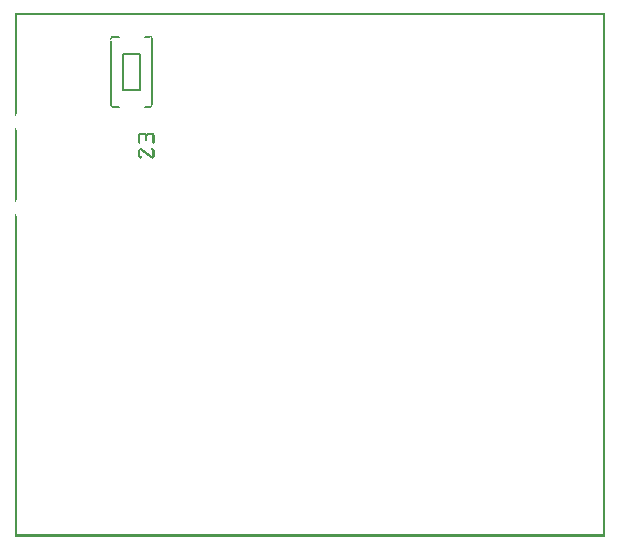
<source format=gbo>
G04 MADE WITH FRITZING*
G04 WWW.FRITZING.ORG*
G04 DOUBLE SIDED*
G04 HOLES PLATED*
G04 CONTOUR ON CENTER OF CONTOUR VECTOR*
%ASAXBY*%
%FSLAX23Y23*%
%MOIN*%
%OFA0B0*%
%SFA1.0B1.0*%
%ADD10C,0.005000*%
%ADD11R,0.001000X0.001000*%
%LNSILK0*%
G90*
G70*
G54D10*
X458Y1443D02*
X458Y1660D01*
D02*
X320Y1656D02*
X320Y1443D01*
D02*
X330Y1433D02*
X346Y1433D01*
D02*
X432Y1433D02*
X448Y1433D01*
D02*
X432Y1669D02*
X448Y1669D01*
D02*
X330Y1669D02*
X346Y1669D01*
D02*
X418Y1492D02*
X418Y1610D01*
D02*
X359Y1610D02*
X359Y1492D01*
D02*
X359Y1492D02*
X418Y1492D01*
D02*
X359Y1610D02*
X418Y1610D01*
G54D11*
X0Y1747D02*
X1967Y1747D01*
X0Y1746D02*
X1967Y1746D01*
X0Y1745D02*
X1967Y1745D01*
X0Y1744D02*
X1967Y1744D01*
X0Y1743D02*
X1967Y1743D01*
X0Y1742D02*
X1967Y1742D01*
X0Y1741D02*
X1967Y1741D01*
X0Y1740D02*
X1967Y1740D01*
X0Y1739D02*
X7Y1739D01*
X1960Y1739D02*
X1967Y1739D01*
X0Y1738D02*
X7Y1738D01*
X1960Y1738D02*
X1967Y1738D01*
X0Y1737D02*
X7Y1737D01*
X1960Y1737D02*
X1967Y1737D01*
X0Y1736D02*
X7Y1736D01*
X1960Y1736D02*
X1967Y1736D01*
X0Y1735D02*
X7Y1735D01*
X1960Y1735D02*
X1967Y1735D01*
X0Y1734D02*
X7Y1734D01*
X1960Y1734D02*
X1967Y1734D01*
X0Y1733D02*
X7Y1733D01*
X1960Y1733D02*
X1967Y1733D01*
X0Y1732D02*
X7Y1732D01*
X1960Y1732D02*
X1967Y1732D01*
X0Y1731D02*
X7Y1731D01*
X1960Y1731D02*
X1967Y1731D01*
X0Y1730D02*
X7Y1730D01*
X1960Y1730D02*
X1967Y1730D01*
X0Y1729D02*
X7Y1729D01*
X1960Y1729D02*
X1967Y1729D01*
X0Y1728D02*
X7Y1728D01*
X1960Y1728D02*
X1967Y1728D01*
X0Y1727D02*
X7Y1727D01*
X1960Y1727D02*
X1967Y1727D01*
X0Y1726D02*
X7Y1726D01*
X1960Y1726D02*
X1967Y1726D01*
X0Y1725D02*
X7Y1725D01*
X1960Y1725D02*
X1967Y1725D01*
X0Y1724D02*
X7Y1724D01*
X1960Y1724D02*
X1967Y1724D01*
X0Y1723D02*
X7Y1723D01*
X1960Y1723D02*
X1967Y1723D01*
X0Y1722D02*
X7Y1722D01*
X1960Y1722D02*
X1967Y1722D01*
X0Y1721D02*
X7Y1721D01*
X1960Y1721D02*
X1967Y1721D01*
X0Y1720D02*
X7Y1720D01*
X1960Y1720D02*
X1967Y1720D01*
X0Y1719D02*
X7Y1719D01*
X1960Y1719D02*
X1967Y1719D01*
X0Y1718D02*
X7Y1718D01*
X1960Y1718D02*
X1967Y1718D01*
X0Y1717D02*
X7Y1717D01*
X1960Y1717D02*
X1967Y1717D01*
X0Y1716D02*
X7Y1716D01*
X1960Y1716D02*
X1967Y1716D01*
X0Y1715D02*
X7Y1715D01*
X1960Y1715D02*
X1967Y1715D01*
X0Y1714D02*
X7Y1714D01*
X1960Y1714D02*
X1967Y1714D01*
X0Y1713D02*
X7Y1713D01*
X1960Y1713D02*
X1967Y1713D01*
X0Y1712D02*
X7Y1712D01*
X1960Y1712D02*
X1967Y1712D01*
X0Y1711D02*
X7Y1711D01*
X1960Y1711D02*
X1967Y1711D01*
X0Y1710D02*
X7Y1710D01*
X1960Y1710D02*
X1967Y1710D01*
X0Y1709D02*
X7Y1709D01*
X1960Y1709D02*
X1967Y1709D01*
X0Y1708D02*
X7Y1708D01*
X1960Y1708D02*
X1967Y1708D01*
X0Y1707D02*
X7Y1707D01*
X1960Y1707D02*
X1967Y1707D01*
X0Y1706D02*
X7Y1706D01*
X1960Y1706D02*
X1967Y1706D01*
X0Y1705D02*
X7Y1705D01*
X1960Y1705D02*
X1967Y1705D01*
X0Y1704D02*
X7Y1704D01*
X1960Y1704D02*
X1967Y1704D01*
X0Y1703D02*
X7Y1703D01*
X1960Y1703D02*
X1967Y1703D01*
X0Y1702D02*
X7Y1702D01*
X1960Y1702D02*
X1967Y1702D01*
X0Y1701D02*
X7Y1701D01*
X1960Y1701D02*
X1967Y1701D01*
X0Y1700D02*
X7Y1700D01*
X1960Y1700D02*
X1967Y1700D01*
X0Y1699D02*
X7Y1699D01*
X1960Y1699D02*
X1967Y1699D01*
X0Y1698D02*
X7Y1698D01*
X1960Y1698D02*
X1967Y1698D01*
X0Y1697D02*
X7Y1697D01*
X1960Y1697D02*
X1967Y1697D01*
X0Y1696D02*
X7Y1696D01*
X1960Y1696D02*
X1967Y1696D01*
X0Y1695D02*
X7Y1695D01*
X1960Y1695D02*
X1967Y1695D01*
X0Y1694D02*
X7Y1694D01*
X1960Y1694D02*
X1967Y1694D01*
X0Y1693D02*
X7Y1693D01*
X1960Y1693D02*
X1967Y1693D01*
X0Y1692D02*
X7Y1692D01*
X1960Y1692D02*
X1967Y1692D01*
X0Y1691D02*
X7Y1691D01*
X1960Y1691D02*
X1967Y1691D01*
X0Y1690D02*
X7Y1690D01*
X1960Y1690D02*
X1967Y1690D01*
X0Y1689D02*
X7Y1689D01*
X1960Y1689D02*
X1967Y1689D01*
X0Y1688D02*
X7Y1688D01*
X1960Y1688D02*
X1967Y1688D01*
X0Y1687D02*
X7Y1687D01*
X1960Y1687D02*
X1967Y1687D01*
X0Y1686D02*
X7Y1686D01*
X1960Y1686D02*
X1967Y1686D01*
X0Y1685D02*
X7Y1685D01*
X1960Y1685D02*
X1967Y1685D01*
X0Y1684D02*
X7Y1684D01*
X1960Y1684D02*
X1967Y1684D01*
X0Y1683D02*
X7Y1683D01*
X1960Y1683D02*
X1967Y1683D01*
X0Y1682D02*
X7Y1682D01*
X1960Y1682D02*
X1967Y1682D01*
X0Y1681D02*
X7Y1681D01*
X1960Y1681D02*
X1967Y1681D01*
X0Y1680D02*
X7Y1680D01*
X1960Y1680D02*
X1967Y1680D01*
X0Y1679D02*
X7Y1679D01*
X1960Y1679D02*
X1967Y1679D01*
X0Y1678D02*
X7Y1678D01*
X1960Y1678D02*
X1967Y1678D01*
X0Y1677D02*
X7Y1677D01*
X1960Y1677D02*
X1967Y1677D01*
X0Y1676D02*
X7Y1676D01*
X1960Y1676D02*
X1967Y1676D01*
X0Y1675D02*
X7Y1675D01*
X1960Y1675D02*
X1967Y1675D01*
X0Y1674D02*
X7Y1674D01*
X1960Y1674D02*
X1967Y1674D01*
X0Y1673D02*
X7Y1673D01*
X1960Y1673D02*
X1967Y1673D01*
X0Y1672D02*
X7Y1672D01*
X327Y1672D02*
X328Y1672D01*
X448Y1672D02*
X450Y1672D01*
X1960Y1672D02*
X1967Y1672D01*
X0Y1671D02*
X7Y1671D01*
X325Y1671D02*
X329Y1671D01*
X448Y1671D02*
X453Y1671D01*
X1960Y1671D02*
X1967Y1671D01*
X0Y1670D02*
X7Y1670D01*
X323Y1670D02*
X329Y1670D01*
X448Y1670D02*
X454Y1670D01*
X1960Y1670D02*
X1967Y1670D01*
X0Y1669D02*
X7Y1669D01*
X322Y1669D02*
X329Y1669D01*
X448Y1669D02*
X455Y1669D01*
X1960Y1669D02*
X1967Y1669D01*
X0Y1668D02*
X7Y1668D01*
X321Y1668D02*
X329Y1668D01*
X448Y1668D02*
X456Y1668D01*
X1960Y1668D02*
X1967Y1668D01*
X0Y1667D02*
X7Y1667D01*
X320Y1667D02*
X327Y1667D01*
X451Y1667D02*
X457Y1667D01*
X1960Y1667D02*
X1967Y1667D01*
X0Y1666D02*
X7Y1666D01*
X320Y1666D02*
X325Y1666D01*
X453Y1666D02*
X458Y1666D01*
X1960Y1666D02*
X1967Y1666D01*
X0Y1665D02*
X7Y1665D01*
X319Y1665D02*
X324Y1665D01*
X454Y1665D02*
X458Y1665D01*
X1960Y1665D02*
X1967Y1665D01*
X0Y1664D02*
X7Y1664D01*
X319Y1664D02*
X323Y1664D01*
X454Y1664D02*
X458Y1664D01*
X1960Y1664D02*
X1967Y1664D01*
X0Y1663D02*
X7Y1663D01*
X318Y1663D02*
X322Y1663D01*
X455Y1663D02*
X459Y1663D01*
X1960Y1663D02*
X1967Y1663D01*
X0Y1662D02*
X7Y1662D01*
X318Y1662D02*
X322Y1662D01*
X455Y1662D02*
X459Y1662D01*
X1960Y1662D02*
X1967Y1662D01*
X0Y1661D02*
X7Y1661D01*
X318Y1661D02*
X322Y1661D01*
X455Y1661D02*
X459Y1661D01*
X1960Y1661D02*
X1967Y1661D01*
X0Y1660D02*
X7Y1660D01*
X317Y1660D02*
X321Y1660D01*
X1960Y1660D02*
X1967Y1660D01*
X0Y1659D02*
X7Y1659D01*
X317Y1659D02*
X321Y1659D01*
X1960Y1659D02*
X1967Y1659D01*
X0Y1658D02*
X7Y1658D01*
X317Y1658D02*
X321Y1658D01*
X1960Y1658D02*
X1967Y1658D01*
X0Y1657D02*
X7Y1657D01*
X317Y1657D02*
X321Y1657D01*
X1960Y1657D02*
X1967Y1657D01*
X0Y1656D02*
X7Y1656D01*
X1960Y1656D02*
X1967Y1656D01*
X0Y1655D02*
X7Y1655D01*
X1960Y1655D02*
X1967Y1655D01*
X0Y1654D02*
X7Y1654D01*
X1960Y1654D02*
X1967Y1654D01*
X0Y1653D02*
X7Y1653D01*
X1960Y1653D02*
X1967Y1653D01*
X0Y1652D02*
X7Y1652D01*
X1960Y1652D02*
X1967Y1652D01*
X0Y1651D02*
X7Y1651D01*
X1960Y1651D02*
X1967Y1651D01*
X0Y1650D02*
X7Y1650D01*
X1960Y1650D02*
X1967Y1650D01*
X0Y1649D02*
X7Y1649D01*
X1960Y1649D02*
X1967Y1649D01*
X0Y1648D02*
X7Y1648D01*
X1960Y1648D02*
X1967Y1648D01*
X0Y1647D02*
X7Y1647D01*
X1960Y1647D02*
X1967Y1647D01*
X0Y1646D02*
X7Y1646D01*
X1960Y1646D02*
X1967Y1646D01*
X0Y1645D02*
X7Y1645D01*
X1960Y1645D02*
X1967Y1645D01*
X0Y1644D02*
X7Y1644D01*
X1960Y1644D02*
X1967Y1644D01*
X0Y1643D02*
X7Y1643D01*
X1960Y1643D02*
X1967Y1643D01*
X0Y1642D02*
X7Y1642D01*
X1960Y1642D02*
X1967Y1642D01*
X0Y1641D02*
X7Y1641D01*
X1960Y1641D02*
X1967Y1641D01*
X0Y1640D02*
X7Y1640D01*
X1960Y1640D02*
X1967Y1640D01*
X0Y1639D02*
X7Y1639D01*
X1960Y1639D02*
X1967Y1639D01*
X0Y1638D02*
X7Y1638D01*
X1960Y1638D02*
X1967Y1638D01*
X0Y1637D02*
X7Y1637D01*
X1960Y1637D02*
X1967Y1637D01*
X0Y1636D02*
X7Y1636D01*
X1960Y1636D02*
X1967Y1636D01*
X0Y1635D02*
X7Y1635D01*
X1960Y1635D02*
X1967Y1635D01*
X0Y1634D02*
X7Y1634D01*
X1960Y1634D02*
X1967Y1634D01*
X0Y1633D02*
X7Y1633D01*
X1960Y1633D02*
X1967Y1633D01*
X0Y1632D02*
X7Y1632D01*
X1960Y1632D02*
X1967Y1632D01*
X0Y1631D02*
X7Y1631D01*
X1960Y1631D02*
X1967Y1631D01*
X0Y1630D02*
X7Y1630D01*
X1960Y1630D02*
X1967Y1630D01*
X0Y1629D02*
X7Y1629D01*
X1960Y1629D02*
X1967Y1629D01*
X0Y1628D02*
X7Y1628D01*
X1960Y1628D02*
X1967Y1628D01*
X0Y1627D02*
X7Y1627D01*
X1960Y1627D02*
X1967Y1627D01*
X0Y1626D02*
X7Y1626D01*
X1960Y1626D02*
X1967Y1626D01*
X0Y1625D02*
X7Y1625D01*
X1960Y1625D02*
X1967Y1625D01*
X0Y1624D02*
X7Y1624D01*
X1960Y1624D02*
X1967Y1624D01*
X0Y1623D02*
X7Y1623D01*
X1960Y1623D02*
X1967Y1623D01*
X0Y1622D02*
X7Y1622D01*
X1960Y1622D02*
X1967Y1622D01*
X0Y1621D02*
X7Y1621D01*
X1960Y1621D02*
X1967Y1621D01*
X0Y1620D02*
X7Y1620D01*
X1960Y1620D02*
X1967Y1620D01*
X0Y1619D02*
X7Y1619D01*
X1960Y1619D02*
X1967Y1619D01*
X0Y1618D02*
X7Y1618D01*
X1960Y1618D02*
X1967Y1618D01*
X0Y1617D02*
X7Y1617D01*
X1960Y1617D02*
X1967Y1617D01*
X0Y1616D02*
X7Y1616D01*
X1960Y1616D02*
X1967Y1616D01*
X0Y1615D02*
X7Y1615D01*
X1960Y1615D02*
X1967Y1615D01*
X0Y1614D02*
X7Y1614D01*
X1960Y1614D02*
X1967Y1614D01*
X0Y1613D02*
X7Y1613D01*
X1960Y1613D02*
X1967Y1613D01*
X0Y1612D02*
X7Y1612D01*
X1960Y1612D02*
X1967Y1612D01*
X0Y1611D02*
X7Y1611D01*
X1960Y1611D02*
X1967Y1611D01*
X0Y1610D02*
X7Y1610D01*
X1960Y1610D02*
X1967Y1610D01*
X0Y1609D02*
X7Y1609D01*
X1960Y1609D02*
X1967Y1609D01*
X0Y1608D02*
X7Y1608D01*
X1960Y1608D02*
X1967Y1608D01*
X0Y1607D02*
X7Y1607D01*
X1960Y1607D02*
X1967Y1607D01*
X0Y1606D02*
X7Y1606D01*
X1960Y1606D02*
X1967Y1606D01*
X0Y1605D02*
X7Y1605D01*
X1960Y1605D02*
X1967Y1605D01*
X0Y1604D02*
X7Y1604D01*
X1960Y1604D02*
X1967Y1604D01*
X0Y1603D02*
X7Y1603D01*
X1960Y1603D02*
X1967Y1603D01*
X0Y1602D02*
X7Y1602D01*
X1960Y1602D02*
X1967Y1602D01*
X0Y1601D02*
X7Y1601D01*
X1960Y1601D02*
X1967Y1601D01*
X0Y1600D02*
X7Y1600D01*
X1960Y1600D02*
X1967Y1600D01*
X0Y1599D02*
X7Y1599D01*
X1960Y1599D02*
X1967Y1599D01*
X0Y1598D02*
X7Y1598D01*
X1960Y1598D02*
X1967Y1598D01*
X0Y1597D02*
X7Y1597D01*
X1960Y1597D02*
X1967Y1597D01*
X0Y1596D02*
X7Y1596D01*
X1960Y1596D02*
X1967Y1596D01*
X0Y1595D02*
X7Y1595D01*
X1960Y1595D02*
X1967Y1595D01*
X0Y1594D02*
X7Y1594D01*
X1960Y1594D02*
X1967Y1594D01*
X0Y1593D02*
X7Y1593D01*
X1960Y1593D02*
X1967Y1593D01*
X0Y1592D02*
X7Y1592D01*
X1960Y1592D02*
X1967Y1592D01*
X0Y1591D02*
X7Y1591D01*
X1960Y1591D02*
X1967Y1591D01*
X0Y1590D02*
X7Y1590D01*
X1960Y1590D02*
X1967Y1590D01*
X0Y1589D02*
X7Y1589D01*
X1960Y1589D02*
X1967Y1589D01*
X0Y1588D02*
X7Y1588D01*
X1960Y1588D02*
X1967Y1588D01*
X0Y1587D02*
X7Y1587D01*
X1960Y1587D02*
X1967Y1587D01*
X0Y1586D02*
X7Y1586D01*
X1960Y1586D02*
X1967Y1586D01*
X0Y1585D02*
X7Y1585D01*
X1960Y1585D02*
X1967Y1585D01*
X0Y1584D02*
X7Y1584D01*
X1960Y1584D02*
X1967Y1584D01*
X0Y1583D02*
X7Y1583D01*
X1960Y1583D02*
X1967Y1583D01*
X0Y1582D02*
X7Y1582D01*
X1960Y1582D02*
X1967Y1582D01*
X0Y1581D02*
X7Y1581D01*
X1960Y1581D02*
X1967Y1581D01*
X0Y1580D02*
X7Y1580D01*
X1960Y1580D02*
X1967Y1580D01*
X0Y1579D02*
X7Y1579D01*
X1960Y1579D02*
X1967Y1579D01*
X0Y1578D02*
X7Y1578D01*
X1960Y1578D02*
X1967Y1578D01*
X0Y1577D02*
X7Y1577D01*
X1960Y1577D02*
X1967Y1577D01*
X0Y1576D02*
X7Y1576D01*
X1960Y1576D02*
X1967Y1576D01*
X0Y1575D02*
X7Y1575D01*
X1960Y1575D02*
X1967Y1575D01*
X0Y1574D02*
X7Y1574D01*
X1960Y1574D02*
X1967Y1574D01*
X0Y1573D02*
X7Y1573D01*
X1960Y1573D02*
X1967Y1573D01*
X0Y1572D02*
X7Y1572D01*
X1960Y1572D02*
X1967Y1572D01*
X0Y1571D02*
X7Y1571D01*
X1960Y1571D02*
X1967Y1571D01*
X0Y1570D02*
X7Y1570D01*
X1960Y1570D02*
X1967Y1570D01*
X0Y1569D02*
X7Y1569D01*
X1960Y1569D02*
X1967Y1569D01*
X0Y1568D02*
X7Y1568D01*
X1960Y1568D02*
X1967Y1568D01*
X0Y1567D02*
X7Y1567D01*
X1960Y1567D02*
X1967Y1567D01*
X0Y1566D02*
X7Y1566D01*
X1960Y1566D02*
X1967Y1566D01*
X0Y1565D02*
X7Y1565D01*
X1960Y1565D02*
X1967Y1565D01*
X0Y1564D02*
X7Y1564D01*
X1960Y1564D02*
X1967Y1564D01*
X0Y1563D02*
X7Y1563D01*
X1960Y1563D02*
X1967Y1563D01*
X0Y1562D02*
X7Y1562D01*
X1960Y1562D02*
X1967Y1562D01*
X0Y1561D02*
X7Y1561D01*
X1960Y1561D02*
X1967Y1561D01*
X0Y1560D02*
X7Y1560D01*
X1960Y1560D02*
X1967Y1560D01*
X0Y1559D02*
X7Y1559D01*
X1960Y1559D02*
X1967Y1559D01*
X0Y1558D02*
X7Y1558D01*
X1960Y1558D02*
X1967Y1558D01*
X0Y1557D02*
X7Y1557D01*
X1960Y1557D02*
X1967Y1557D01*
X0Y1556D02*
X7Y1556D01*
X1960Y1556D02*
X1967Y1556D01*
X0Y1555D02*
X7Y1555D01*
X1960Y1555D02*
X1967Y1555D01*
X0Y1554D02*
X7Y1554D01*
X1960Y1554D02*
X1967Y1554D01*
X0Y1553D02*
X7Y1553D01*
X1960Y1553D02*
X1967Y1553D01*
X0Y1552D02*
X7Y1552D01*
X1960Y1552D02*
X1967Y1552D01*
X0Y1551D02*
X7Y1551D01*
X1960Y1551D02*
X1967Y1551D01*
X0Y1550D02*
X7Y1550D01*
X1960Y1550D02*
X1967Y1550D01*
X0Y1549D02*
X7Y1549D01*
X1960Y1549D02*
X1967Y1549D01*
X0Y1548D02*
X7Y1548D01*
X1960Y1548D02*
X1967Y1548D01*
X0Y1547D02*
X7Y1547D01*
X1960Y1547D02*
X1967Y1547D01*
X0Y1546D02*
X7Y1546D01*
X1960Y1546D02*
X1967Y1546D01*
X0Y1545D02*
X7Y1545D01*
X1960Y1545D02*
X1967Y1545D01*
X0Y1544D02*
X7Y1544D01*
X1960Y1544D02*
X1967Y1544D01*
X0Y1543D02*
X7Y1543D01*
X1960Y1543D02*
X1967Y1543D01*
X0Y1542D02*
X7Y1542D01*
X1960Y1542D02*
X1967Y1542D01*
X0Y1541D02*
X7Y1541D01*
X1960Y1541D02*
X1967Y1541D01*
X0Y1540D02*
X7Y1540D01*
X1960Y1540D02*
X1967Y1540D01*
X0Y1539D02*
X7Y1539D01*
X1960Y1539D02*
X1967Y1539D01*
X0Y1538D02*
X7Y1538D01*
X1960Y1538D02*
X1967Y1538D01*
X0Y1537D02*
X7Y1537D01*
X1960Y1537D02*
X1967Y1537D01*
X0Y1536D02*
X7Y1536D01*
X1960Y1536D02*
X1967Y1536D01*
X0Y1535D02*
X7Y1535D01*
X1960Y1535D02*
X1967Y1535D01*
X0Y1534D02*
X7Y1534D01*
X1960Y1534D02*
X1967Y1534D01*
X0Y1533D02*
X7Y1533D01*
X1960Y1533D02*
X1967Y1533D01*
X0Y1532D02*
X7Y1532D01*
X1960Y1532D02*
X1967Y1532D01*
X0Y1531D02*
X7Y1531D01*
X1960Y1531D02*
X1967Y1531D01*
X0Y1530D02*
X7Y1530D01*
X1960Y1530D02*
X1967Y1530D01*
X0Y1529D02*
X7Y1529D01*
X1960Y1529D02*
X1967Y1529D01*
X0Y1528D02*
X7Y1528D01*
X1960Y1528D02*
X1967Y1528D01*
X0Y1527D02*
X7Y1527D01*
X1960Y1527D02*
X1967Y1527D01*
X0Y1526D02*
X7Y1526D01*
X1960Y1526D02*
X1967Y1526D01*
X0Y1525D02*
X7Y1525D01*
X1960Y1525D02*
X1967Y1525D01*
X0Y1524D02*
X7Y1524D01*
X1960Y1524D02*
X1967Y1524D01*
X0Y1523D02*
X7Y1523D01*
X1960Y1523D02*
X1967Y1523D01*
X0Y1522D02*
X7Y1522D01*
X1960Y1522D02*
X1967Y1522D01*
X0Y1521D02*
X7Y1521D01*
X1960Y1521D02*
X1967Y1521D01*
X0Y1520D02*
X7Y1520D01*
X1960Y1520D02*
X1967Y1520D01*
X0Y1519D02*
X7Y1519D01*
X1960Y1519D02*
X1967Y1519D01*
X0Y1518D02*
X7Y1518D01*
X1960Y1518D02*
X1967Y1518D01*
X0Y1517D02*
X7Y1517D01*
X1960Y1517D02*
X1967Y1517D01*
X0Y1516D02*
X7Y1516D01*
X1960Y1516D02*
X1967Y1516D01*
X0Y1515D02*
X7Y1515D01*
X1960Y1515D02*
X1967Y1515D01*
X0Y1514D02*
X7Y1514D01*
X1960Y1514D02*
X1967Y1514D01*
X0Y1513D02*
X7Y1513D01*
X1960Y1513D02*
X1967Y1513D01*
X0Y1512D02*
X7Y1512D01*
X1960Y1512D02*
X1967Y1512D01*
X0Y1511D02*
X7Y1511D01*
X1960Y1511D02*
X1967Y1511D01*
X0Y1510D02*
X7Y1510D01*
X1960Y1510D02*
X1967Y1510D01*
X0Y1509D02*
X7Y1509D01*
X1960Y1509D02*
X1967Y1509D01*
X0Y1508D02*
X7Y1508D01*
X1960Y1508D02*
X1967Y1508D01*
X0Y1507D02*
X7Y1507D01*
X1960Y1507D02*
X1967Y1507D01*
X0Y1506D02*
X7Y1506D01*
X1960Y1506D02*
X1967Y1506D01*
X0Y1505D02*
X7Y1505D01*
X1960Y1505D02*
X1967Y1505D01*
X0Y1504D02*
X7Y1504D01*
X1960Y1504D02*
X1967Y1504D01*
X0Y1503D02*
X7Y1503D01*
X1960Y1503D02*
X1967Y1503D01*
X0Y1502D02*
X7Y1502D01*
X1960Y1502D02*
X1967Y1502D01*
X0Y1501D02*
X7Y1501D01*
X1960Y1501D02*
X1967Y1501D01*
X0Y1500D02*
X7Y1500D01*
X1960Y1500D02*
X1967Y1500D01*
X0Y1499D02*
X7Y1499D01*
X1960Y1499D02*
X1967Y1499D01*
X0Y1498D02*
X7Y1498D01*
X1960Y1498D02*
X1967Y1498D01*
X0Y1497D02*
X7Y1497D01*
X1960Y1497D02*
X1967Y1497D01*
X0Y1496D02*
X7Y1496D01*
X1960Y1496D02*
X1967Y1496D01*
X0Y1495D02*
X7Y1495D01*
X1960Y1495D02*
X1967Y1495D01*
X0Y1494D02*
X7Y1494D01*
X1960Y1494D02*
X1967Y1494D01*
X0Y1493D02*
X7Y1493D01*
X1960Y1493D02*
X1967Y1493D01*
X0Y1492D02*
X7Y1492D01*
X1960Y1492D02*
X1967Y1492D01*
X0Y1491D02*
X7Y1491D01*
X1960Y1491D02*
X1967Y1491D01*
X0Y1490D02*
X7Y1490D01*
X1960Y1490D02*
X1967Y1490D01*
X0Y1489D02*
X7Y1489D01*
X1960Y1489D02*
X1967Y1489D01*
X0Y1488D02*
X7Y1488D01*
X1960Y1488D02*
X1967Y1488D01*
X0Y1487D02*
X7Y1487D01*
X1960Y1487D02*
X1967Y1487D01*
X0Y1486D02*
X7Y1486D01*
X1960Y1486D02*
X1967Y1486D01*
X0Y1485D02*
X7Y1485D01*
X1960Y1485D02*
X1967Y1485D01*
X0Y1484D02*
X7Y1484D01*
X1960Y1484D02*
X1967Y1484D01*
X0Y1483D02*
X7Y1483D01*
X1960Y1483D02*
X1967Y1483D01*
X0Y1482D02*
X7Y1482D01*
X1960Y1482D02*
X1967Y1482D01*
X0Y1481D02*
X7Y1481D01*
X1960Y1481D02*
X1967Y1481D01*
X0Y1480D02*
X7Y1480D01*
X1960Y1480D02*
X1967Y1480D01*
X0Y1479D02*
X7Y1479D01*
X1960Y1479D02*
X1967Y1479D01*
X0Y1478D02*
X7Y1478D01*
X1960Y1478D02*
X1967Y1478D01*
X0Y1477D02*
X7Y1477D01*
X1960Y1477D02*
X1967Y1477D01*
X0Y1476D02*
X7Y1476D01*
X1960Y1476D02*
X1967Y1476D01*
X0Y1475D02*
X7Y1475D01*
X1960Y1475D02*
X1967Y1475D01*
X0Y1474D02*
X7Y1474D01*
X1960Y1474D02*
X1967Y1474D01*
X0Y1473D02*
X7Y1473D01*
X1960Y1473D02*
X1967Y1473D01*
X0Y1472D02*
X7Y1472D01*
X1960Y1472D02*
X1967Y1472D01*
X0Y1471D02*
X7Y1471D01*
X1960Y1471D02*
X1967Y1471D01*
X0Y1470D02*
X7Y1470D01*
X1960Y1470D02*
X1967Y1470D01*
X0Y1469D02*
X7Y1469D01*
X1960Y1469D02*
X1967Y1469D01*
X0Y1468D02*
X7Y1468D01*
X1960Y1468D02*
X1967Y1468D01*
X0Y1467D02*
X7Y1467D01*
X1960Y1467D02*
X1967Y1467D01*
X0Y1466D02*
X7Y1466D01*
X1960Y1466D02*
X1967Y1466D01*
X0Y1465D02*
X7Y1465D01*
X1960Y1465D02*
X1967Y1465D01*
X0Y1464D02*
X7Y1464D01*
X1960Y1464D02*
X1967Y1464D01*
X0Y1463D02*
X7Y1463D01*
X1960Y1463D02*
X1967Y1463D01*
X0Y1462D02*
X7Y1462D01*
X1960Y1462D02*
X1967Y1462D01*
X0Y1461D02*
X7Y1461D01*
X1960Y1461D02*
X1967Y1461D01*
X0Y1460D02*
X7Y1460D01*
X1960Y1460D02*
X1967Y1460D01*
X0Y1459D02*
X7Y1459D01*
X1960Y1459D02*
X1967Y1459D01*
X0Y1458D02*
X7Y1458D01*
X1960Y1458D02*
X1967Y1458D01*
X0Y1457D02*
X7Y1457D01*
X1960Y1457D02*
X1967Y1457D01*
X0Y1456D02*
X7Y1456D01*
X1960Y1456D02*
X1967Y1456D01*
X0Y1455D02*
X7Y1455D01*
X1960Y1455D02*
X1967Y1455D01*
X0Y1454D02*
X7Y1454D01*
X1960Y1454D02*
X1967Y1454D01*
X0Y1453D02*
X7Y1453D01*
X1960Y1453D02*
X1967Y1453D01*
X0Y1452D02*
X7Y1452D01*
X1960Y1452D02*
X1967Y1452D01*
X0Y1451D02*
X7Y1451D01*
X1960Y1451D02*
X1967Y1451D01*
X0Y1450D02*
X7Y1450D01*
X1960Y1450D02*
X1967Y1450D01*
X0Y1449D02*
X7Y1449D01*
X1960Y1449D02*
X1967Y1449D01*
X0Y1448D02*
X7Y1448D01*
X1960Y1448D02*
X1967Y1448D01*
X0Y1447D02*
X7Y1447D01*
X1960Y1447D02*
X1967Y1447D01*
X0Y1446D02*
X7Y1446D01*
X1960Y1446D02*
X1967Y1446D01*
X0Y1445D02*
X7Y1445D01*
X1960Y1445D02*
X1967Y1445D01*
X0Y1444D02*
X7Y1444D01*
X1960Y1444D02*
X1967Y1444D01*
X0Y1443D02*
X7Y1443D01*
X318Y1443D02*
X321Y1443D01*
X455Y1443D02*
X459Y1443D01*
X1960Y1443D02*
X1967Y1443D01*
X0Y1442D02*
X7Y1442D01*
X318Y1442D02*
X322Y1442D01*
X455Y1442D02*
X459Y1442D01*
X1960Y1442D02*
X1967Y1442D01*
X0Y1441D02*
X7Y1441D01*
X318Y1441D02*
X322Y1441D01*
X455Y1441D02*
X459Y1441D01*
X1960Y1441D02*
X1967Y1441D01*
X0Y1440D02*
X7Y1440D01*
X318Y1440D02*
X322Y1440D01*
X454Y1440D02*
X458Y1440D01*
X1960Y1440D02*
X1967Y1440D01*
X0Y1439D02*
X7Y1439D01*
X319Y1439D02*
X323Y1439D01*
X453Y1439D02*
X458Y1439D01*
X1960Y1439D02*
X1967Y1439D01*
X0Y1438D02*
X7Y1438D01*
X319Y1438D02*
X324Y1438D01*
X452Y1438D02*
X457Y1438D01*
X1960Y1438D02*
X1967Y1438D01*
X0Y1437D02*
X7Y1437D01*
X320Y1437D02*
X326Y1437D01*
X451Y1437D02*
X457Y1437D01*
X1960Y1437D02*
X1967Y1437D01*
X0Y1436D02*
X7Y1436D01*
X321Y1436D02*
X329Y1436D01*
X448Y1436D02*
X456Y1436D01*
X1960Y1436D02*
X1967Y1436D01*
X0Y1435D02*
X7Y1435D01*
X322Y1435D02*
X329Y1435D01*
X448Y1435D02*
X455Y1435D01*
X1960Y1435D02*
X1967Y1435D01*
X0Y1434D02*
X7Y1434D01*
X323Y1434D02*
X329Y1434D01*
X448Y1434D02*
X454Y1434D01*
X1960Y1434D02*
X1967Y1434D01*
X0Y1433D02*
X7Y1433D01*
X324Y1433D02*
X329Y1433D01*
X448Y1433D02*
X452Y1433D01*
X1960Y1433D02*
X1967Y1433D01*
X0Y1432D02*
X7Y1432D01*
X327Y1432D02*
X329Y1432D01*
X448Y1432D02*
X450Y1432D01*
X1960Y1432D02*
X1967Y1432D01*
X0Y1431D02*
X7Y1431D01*
X1960Y1431D02*
X1967Y1431D01*
X0Y1430D02*
X7Y1430D01*
X1960Y1430D02*
X1967Y1430D01*
X0Y1429D02*
X7Y1429D01*
X1960Y1429D02*
X1967Y1429D01*
X0Y1428D02*
X7Y1428D01*
X1960Y1428D02*
X1967Y1428D01*
X0Y1427D02*
X7Y1427D01*
X1960Y1427D02*
X1967Y1427D01*
X0Y1426D02*
X7Y1426D01*
X1960Y1426D02*
X1967Y1426D01*
X0Y1425D02*
X7Y1425D01*
X1960Y1425D02*
X1967Y1425D01*
X0Y1424D02*
X7Y1424D01*
X1960Y1424D02*
X1967Y1424D01*
X0Y1423D02*
X7Y1423D01*
X1960Y1423D02*
X1967Y1423D01*
X0Y1422D02*
X7Y1422D01*
X1960Y1422D02*
X1967Y1422D01*
X0Y1421D02*
X7Y1421D01*
X1960Y1421D02*
X1967Y1421D01*
X0Y1420D02*
X7Y1420D01*
X1960Y1420D02*
X1967Y1420D01*
X0Y1419D02*
X7Y1419D01*
X1960Y1419D02*
X1967Y1419D01*
X0Y1418D02*
X7Y1418D01*
X1960Y1418D02*
X1967Y1418D01*
X0Y1417D02*
X7Y1417D01*
X1960Y1417D02*
X1967Y1417D01*
X0Y1416D02*
X7Y1416D01*
X1960Y1416D02*
X1967Y1416D01*
X0Y1415D02*
X7Y1415D01*
X1960Y1415D02*
X1967Y1415D01*
X0Y1414D02*
X7Y1414D01*
X1960Y1414D02*
X1967Y1414D01*
X0Y1413D02*
X6Y1413D01*
X1960Y1413D02*
X1967Y1413D01*
X0Y1412D02*
X5Y1412D01*
X1960Y1412D02*
X1967Y1412D01*
X0Y1411D02*
X5Y1411D01*
X1960Y1411D02*
X1967Y1411D01*
X0Y1410D02*
X4Y1410D01*
X1960Y1410D02*
X1967Y1410D01*
X0Y1409D02*
X4Y1409D01*
X1960Y1409D02*
X1967Y1409D01*
X0Y1408D02*
X3Y1408D01*
X1960Y1408D02*
X1967Y1408D01*
X0Y1407D02*
X3Y1407D01*
X1960Y1407D02*
X1967Y1407D01*
X0Y1406D02*
X2Y1406D01*
X1960Y1406D02*
X1967Y1406D01*
X0Y1405D02*
X2Y1405D01*
X1960Y1405D02*
X1967Y1405D01*
X0Y1404D02*
X1Y1404D01*
X1960Y1404D02*
X1967Y1404D01*
X0Y1403D02*
X1Y1403D01*
X1960Y1403D02*
X1967Y1403D01*
X0Y1402D02*
X0Y1402D01*
X1960Y1402D02*
X1967Y1402D01*
X0Y1401D02*
X0Y1401D01*
X1960Y1401D02*
X1967Y1401D01*
X0Y1400D02*
X0Y1400D01*
X1960Y1400D02*
X1967Y1400D01*
X1960Y1399D02*
X1967Y1399D01*
X1960Y1398D02*
X1967Y1398D01*
X1960Y1397D02*
X1967Y1397D01*
X1960Y1396D02*
X1967Y1396D01*
X1960Y1395D02*
X1967Y1395D01*
X1960Y1394D02*
X1967Y1394D01*
X1960Y1393D02*
X1967Y1393D01*
X1960Y1392D02*
X1967Y1392D01*
X1960Y1391D02*
X1967Y1391D01*
X1960Y1390D02*
X1967Y1390D01*
X1960Y1389D02*
X1967Y1389D01*
X1960Y1388D02*
X1967Y1388D01*
X1960Y1387D02*
X1967Y1387D01*
X1960Y1386D02*
X1967Y1386D01*
X1960Y1385D02*
X1967Y1385D01*
X1960Y1384D02*
X1967Y1384D01*
X1960Y1383D02*
X1967Y1383D01*
X1960Y1382D02*
X1967Y1382D01*
X1960Y1381D02*
X1967Y1381D01*
X1960Y1380D02*
X1967Y1380D01*
X1960Y1379D02*
X1967Y1379D01*
X1960Y1378D02*
X1967Y1378D01*
X1960Y1377D02*
X1967Y1377D01*
X1960Y1376D02*
X1967Y1376D01*
X1960Y1375D02*
X1967Y1375D01*
X1960Y1374D02*
X1967Y1374D01*
X1960Y1373D02*
X1967Y1373D01*
X1960Y1372D02*
X1967Y1372D01*
X1960Y1371D02*
X1967Y1371D01*
X1960Y1370D02*
X1967Y1370D01*
X0Y1369D02*
X0Y1369D01*
X1960Y1369D02*
X1967Y1369D01*
X0Y1368D02*
X0Y1368D01*
X1960Y1368D02*
X1967Y1368D01*
X0Y1367D02*
X0Y1367D01*
X1960Y1367D02*
X1967Y1367D01*
X0Y1366D02*
X1Y1366D01*
X1960Y1366D02*
X1967Y1366D01*
X0Y1365D02*
X1Y1365D01*
X1960Y1365D02*
X1967Y1365D01*
X0Y1364D02*
X2Y1364D01*
X1960Y1364D02*
X1967Y1364D01*
X0Y1363D02*
X2Y1363D01*
X1960Y1363D02*
X1967Y1363D01*
X0Y1362D02*
X2Y1362D01*
X1960Y1362D02*
X1967Y1362D01*
X0Y1361D02*
X3Y1361D01*
X1960Y1361D02*
X1967Y1361D01*
X0Y1360D02*
X3Y1360D01*
X1960Y1360D02*
X1967Y1360D01*
X0Y1359D02*
X4Y1359D01*
X1960Y1359D02*
X1967Y1359D01*
X0Y1358D02*
X5Y1358D01*
X1960Y1358D02*
X1967Y1358D01*
X0Y1357D02*
X5Y1357D01*
X1960Y1357D02*
X1967Y1357D01*
X0Y1356D02*
X6Y1356D01*
X1960Y1356D02*
X1967Y1356D01*
X0Y1355D02*
X6Y1355D01*
X1960Y1355D02*
X1967Y1355D01*
X0Y1354D02*
X7Y1354D01*
X1960Y1354D02*
X1967Y1354D01*
X0Y1353D02*
X7Y1353D01*
X1960Y1353D02*
X1967Y1353D01*
X0Y1352D02*
X7Y1352D01*
X1960Y1352D02*
X1967Y1352D01*
X0Y1351D02*
X7Y1351D01*
X1960Y1351D02*
X1967Y1351D01*
X0Y1350D02*
X7Y1350D01*
X1960Y1350D02*
X1967Y1350D01*
X0Y1349D02*
X7Y1349D01*
X1960Y1349D02*
X1967Y1349D01*
X0Y1348D02*
X7Y1348D01*
X1960Y1348D02*
X1967Y1348D01*
X0Y1347D02*
X7Y1347D01*
X416Y1347D02*
X434Y1347D01*
X443Y1347D02*
X460Y1347D01*
X1960Y1347D02*
X1967Y1347D01*
X0Y1346D02*
X7Y1346D01*
X415Y1346D02*
X436Y1346D01*
X441Y1346D02*
X462Y1346D01*
X1960Y1346D02*
X1967Y1346D01*
X0Y1345D02*
X7Y1345D01*
X414Y1345D02*
X437Y1345D01*
X439Y1345D02*
X463Y1345D01*
X1960Y1345D02*
X1967Y1345D01*
X0Y1344D02*
X7Y1344D01*
X413Y1344D02*
X464Y1344D01*
X1960Y1344D02*
X1967Y1344D01*
X0Y1343D02*
X7Y1343D01*
X412Y1343D02*
X464Y1343D01*
X1960Y1343D02*
X1967Y1343D01*
X0Y1342D02*
X7Y1342D01*
X412Y1342D02*
X465Y1342D01*
X1960Y1342D02*
X1967Y1342D01*
X0Y1341D02*
X7Y1341D01*
X412Y1341D02*
X465Y1341D01*
X1960Y1341D02*
X1967Y1341D01*
X0Y1340D02*
X7Y1340D01*
X412Y1340D02*
X418Y1340D01*
X433Y1340D02*
X443Y1340D01*
X459Y1340D02*
X465Y1340D01*
X1960Y1340D02*
X1967Y1340D01*
X0Y1339D02*
X7Y1339D01*
X412Y1339D02*
X418Y1339D01*
X435Y1339D02*
X442Y1339D01*
X459Y1339D02*
X465Y1339D01*
X1960Y1339D02*
X1967Y1339D01*
X0Y1338D02*
X7Y1338D01*
X412Y1338D02*
X418Y1338D01*
X435Y1338D02*
X442Y1338D01*
X459Y1338D02*
X465Y1338D01*
X1960Y1338D02*
X1967Y1338D01*
X0Y1337D02*
X7Y1337D01*
X412Y1337D02*
X418Y1337D01*
X435Y1337D02*
X441Y1337D01*
X459Y1337D02*
X465Y1337D01*
X1960Y1337D02*
X1967Y1337D01*
X0Y1336D02*
X7Y1336D01*
X412Y1336D02*
X418Y1336D01*
X435Y1336D02*
X441Y1336D01*
X459Y1336D02*
X465Y1336D01*
X1960Y1336D02*
X1967Y1336D01*
X0Y1335D02*
X7Y1335D01*
X412Y1335D02*
X418Y1335D01*
X435Y1335D02*
X441Y1335D01*
X459Y1335D02*
X465Y1335D01*
X1960Y1335D02*
X1967Y1335D01*
X0Y1334D02*
X7Y1334D01*
X412Y1334D02*
X418Y1334D01*
X435Y1334D02*
X441Y1334D01*
X459Y1334D02*
X465Y1334D01*
X1960Y1334D02*
X1967Y1334D01*
X0Y1333D02*
X7Y1333D01*
X412Y1333D02*
X418Y1333D01*
X435Y1333D02*
X441Y1333D01*
X459Y1333D02*
X465Y1333D01*
X1960Y1333D02*
X1967Y1333D01*
X0Y1332D02*
X7Y1332D01*
X412Y1332D02*
X418Y1332D01*
X435Y1332D02*
X441Y1332D01*
X459Y1332D02*
X465Y1332D01*
X1960Y1332D02*
X1967Y1332D01*
X0Y1331D02*
X7Y1331D01*
X412Y1331D02*
X418Y1331D01*
X435Y1331D02*
X441Y1331D01*
X459Y1331D02*
X465Y1331D01*
X1960Y1331D02*
X1967Y1331D01*
X0Y1330D02*
X7Y1330D01*
X412Y1330D02*
X418Y1330D01*
X435Y1330D02*
X441Y1330D01*
X459Y1330D02*
X465Y1330D01*
X1960Y1330D02*
X1967Y1330D01*
X0Y1329D02*
X7Y1329D01*
X412Y1329D02*
X418Y1329D01*
X435Y1329D02*
X441Y1329D01*
X459Y1329D02*
X465Y1329D01*
X1960Y1329D02*
X1967Y1329D01*
X0Y1328D02*
X7Y1328D01*
X412Y1328D02*
X418Y1328D01*
X435Y1328D02*
X441Y1328D01*
X459Y1328D02*
X465Y1328D01*
X1960Y1328D02*
X1967Y1328D01*
X0Y1327D02*
X7Y1327D01*
X412Y1327D02*
X418Y1327D01*
X435Y1327D02*
X441Y1327D01*
X459Y1327D02*
X465Y1327D01*
X1960Y1327D02*
X1967Y1327D01*
X0Y1326D02*
X7Y1326D01*
X412Y1326D02*
X418Y1326D01*
X435Y1326D02*
X441Y1326D01*
X459Y1326D02*
X465Y1326D01*
X1960Y1326D02*
X1967Y1326D01*
X0Y1325D02*
X7Y1325D01*
X412Y1325D02*
X418Y1325D01*
X435Y1325D02*
X441Y1325D01*
X459Y1325D02*
X465Y1325D01*
X1960Y1325D02*
X1967Y1325D01*
X0Y1324D02*
X7Y1324D01*
X412Y1324D02*
X418Y1324D01*
X435Y1324D02*
X441Y1324D01*
X459Y1324D02*
X465Y1324D01*
X1960Y1324D02*
X1967Y1324D01*
X0Y1323D02*
X7Y1323D01*
X412Y1323D02*
X418Y1323D01*
X435Y1323D02*
X441Y1323D01*
X459Y1323D02*
X465Y1323D01*
X1960Y1323D02*
X1967Y1323D01*
X0Y1322D02*
X7Y1322D01*
X412Y1322D02*
X418Y1322D01*
X436Y1322D02*
X441Y1322D01*
X459Y1322D02*
X465Y1322D01*
X1960Y1322D02*
X1967Y1322D01*
X0Y1321D02*
X7Y1321D01*
X412Y1321D02*
X418Y1321D01*
X436Y1321D02*
X440Y1321D01*
X459Y1321D02*
X465Y1321D01*
X1960Y1321D02*
X1967Y1321D01*
X0Y1320D02*
X7Y1320D01*
X412Y1320D02*
X418Y1320D01*
X438Y1320D02*
X439Y1320D01*
X459Y1320D02*
X465Y1320D01*
X1960Y1320D02*
X1967Y1320D01*
X0Y1319D02*
X7Y1319D01*
X412Y1319D02*
X418Y1319D01*
X459Y1319D02*
X465Y1319D01*
X1960Y1319D02*
X1967Y1319D01*
X0Y1318D02*
X7Y1318D01*
X412Y1318D02*
X418Y1318D01*
X459Y1318D02*
X465Y1318D01*
X1960Y1318D02*
X1967Y1318D01*
X0Y1317D02*
X7Y1317D01*
X412Y1317D02*
X418Y1317D01*
X459Y1317D02*
X465Y1317D01*
X1960Y1317D02*
X1967Y1317D01*
X0Y1316D02*
X7Y1316D01*
X412Y1316D02*
X418Y1316D01*
X459Y1316D02*
X465Y1316D01*
X1960Y1316D02*
X1967Y1316D01*
X0Y1315D02*
X7Y1315D01*
X412Y1315D02*
X417Y1315D01*
X459Y1315D02*
X465Y1315D01*
X1960Y1315D02*
X1967Y1315D01*
X0Y1314D02*
X7Y1314D01*
X413Y1314D02*
X417Y1314D01*
X460Y1314D02*
X464Y1314D01*
X1960Y1314D02*
X1967Y1314D01*
X0Y1313D02*
X7Y1313D01*
X415Y1313D02*
X415Y1313D01*
X462Y1313D02*
X462Y1313D01*
X1960Y1313D02*
X1967Y1313D01*
X0Y1312D02*
X7Y1312D01*
X1960Y1312D02*
X1967Y1312D01*
X0Y1311D02*
X7Y1311D01*
X1960Y1311D02*
X1967Y1311D01*
X0Y1310D02*
X7Y1310D01*
X1960Y1310D02*
X1967Y1310D01*
X0Y1309D02*
X7Y1309D01*
X1960Y1309D02*
X1967Y1309D01*
X0Y1308D02*
X7Y1308D01*
X1960Y1308D02*
X1967Y1308D01*
X0Y1307D02*
X7Y1307D01*
X1960Y1307D02*
X1967Y1307D01*
X0Y1306D02*
X7Y1306D01*
X1960Y1306D02*
X1967Y1306D01*
X0Y1305D02*
X7Y1305D01*
X1960Y1305D02*
X1967Y1305D01*
X0Y1304D02*
X7Y1304D01*
X1960Y1304D02*
X1967Y1304D01*
X0Y1303D02*
X7Y1303D01*
X1960Y1303D02*
X1967Y1303D01*
X0Y1302D02*
X7Y1302D01*
X1960Y1302D02*
X1967Y1302D01*
X0Y1301D02*
X7Y1301D01*
X1960Y1301D02*
X1967Y1301D01*
X0Y1300D02*
X7Y1300D01*
X1960Y1300D02*
X1967Y1300D01*
X0Y1299D02*
X7Y1299D01*
X1960Y1299D02*
X1967Y1299D01*
X0Y1298D02*
X7Y1298D01*
X1960Y1298D02*
X1967Y1298D01*
X0Y1297D02*
X7Y1297D01*
X418Y1297D02*
X421Y1297D01*
X455Y1297D02*
X458Y1297D01*
X1960Y1297D02*
X1967Y1297D01*
X0Y1296D02*
X7Y1296D01*
X416Y1296D02*
X423Y1296D01*
X454Y1296D02*
X460Y1296D01*
X1960Y1296D02*
X1967Y1296D01*
X0Y1295D02*
X7Y1295D01*
X414Y1295D02*
X424Y1295D01*
X453Y1295D02*
X462Y1295D01*
X1960Y1295D02*
X1967Y1295D01*
X0Y1294D02*
X7Y1294D01*
X413Y1294D02*
X426Y1294D01*
X453Y1294D02*
X463Y1294D01*
X1960Y1294D02*
X1967Y1294D01*
X0Y1293D02*
X7Y1293D01*
X413Y1293D02*
X427Y1293D01*
X453Y1293D02*
X463Y1293D01*
X1960Y1293D02*
X1967Y1293D01*
X0Y1292D02*
X7Y1292D01*
X412Y1292D02*
X428Y1292D01*
X454Y1292D02*
X464Y1292D01*
X1960Y1292D02*
X1967Y1292D01*
X0Y1291D02*
X7Y1291D01*
X412Y1291D02*
X429Y1291D01*
X455Y1291D02*
X464Y1291D01*
X1960Y1291D02*
X1967Y1291D01*
X0Y1290D02*
X7Y1290D01*
X412Y1290D02*
X418Y1290D01*
X420Y1290D02*
X431Y1290D01*
X458Y1290D02*
X465Y1290D01*
X1960Y1290D02*
X1967Y1290D01*
X0Y1289D02*
X7Y1289D01*
X412Y1289D02*
X418Y1289D01*
X421Y1289D02*
X432Y1289D01*
X459Y1289D02*
X465Y1289D01*
X1960Y1289D02*
X1967Y1289D01*
X0Y1288D02*
X7Y1288D01*
X412Y1288D02*
X418Y1288D01*
X423Y1288D02*
X433Y1288D01*
X459Y1288D02*
X465Y1288D01*
X1960Y1288D02*
X1967Y1288D01*
X0Y1287D02*
X7Y1287D01*
X412Y1287D02*
X418Y1287D01*
X424Y1287D02*
X435Y1287D01*
X459Y1287D02*
X465Y1287D01*
X1960Y1287D02*
X1967Y1287D01*
X0Y1286D02*
X7Y1286D01*
X412Y1286D02*
X418Y1286D01*
X425Y1286D02*
X436Y1286D01*
X459Y1286D02*
X465Y1286D01*
X1960Y1286D02*
X1967Y1286D01*
X0Y1285D02*
X7Y1285D01*
X412Y1285D02*
X418Y1285D01*
X427Y1285D02*
X437Y1285D01*
X459Y1285D02*
X465Y1285D01*
X1960Y1285D02*
X1967Y1285D01*
X0Y1284D02*
X7Y1284D01*
X412Y1284D02*
X418Y1284D01*
X428Y1284D02*
X438Y1284D01*
X459Y1284D02*
X465Y1284D01*
X1960Y1284D02*
X1967Y1284D01*
X0Y1283D02*
X7Y1283D01*
X412Y1283D02*
X418Y1283D01*
X429Y1283D02*
X440Y1283D01*
X459Y1283D02*
X465Y1283D01*
X1960Y1283D02*
X1967Y1283D01*
X0Y1282D02*
X7Y1282D01*
X412Y1282D02*
X418Y1282D01*
X430Y1282D02*
X441Y1282D01*
X459Y1282D02*
X465Y1282D01*
X1960Y1282D02*
X1967Y1282D01*
X0Y1281D02*
X7Y1281D01*
X412Y1281D02*
X418Y1281D01*
X432Y1281D02*
X442Y1281D01*
X459Y1281D02*
X465Y1281D01*
X1960Y1281D02*
X1967Y1281D01*
X0Y1280D02*
X7Y1280D01*
X412Y1280D02*
X418Y1280D01*
X433Y1280D02*
X444Y1280D01*
X459Y1280D02*
X465Y1280D01*
X1960Y1280D02*
X1967Y1280D01*
X0Y1279D02*
X7Y1279D01*
X412Y1279D02*
X418Y1279D01*
X434Y1279D02*
X445Y1279D01*
X459Y1279D02*
X465Y1279D01*
X1960Y1279D02*
X1967Y1279D01*
X0Y1278D02*
X7Y1278D01*
X412Y1278D02*
X418Y1278D01*
X436Y1278D02*
X446Y1278D01*
X459Y1278D02*
X465Y1278D01*
X1960Y1278D02*
X1967Y1278D01*
X0Y1277D02*
X7Y1277D01*
X412Y1277D02*
X418Y1277D01*
X437Y1277D02*
X447Y1277D01*
X459Y1277D02*
X465Y1277D01*
X1960Y1277D02*
X1967Y1277D01*
X0Y1276D02*
X7Y1276D01*
X412Y1276D02*
X418Y1276D01*
X438Y1276D02*
X449Y1276D01*
X459Y1276D02*
X465Y1276D01*
X1960Y1276D02*
X1967Y1276D01*
X0Y1275D02*
X7Y1275D01*
X412Y1275D02*
X418Y1275D01*
X439Y1275D02*
X450Y1275D01*
X459Y1275D02*
X465Y1275D01*
X1960Y1275D02*
X1967Y1275D01*
X0Y1274D02*
X7Y1274D01*
X412Y1274D02*
X418Y1274D01*
X441Y1274D02*
X451Y1274D01*
X459Y1274D02*
X465Y1274D01*
X1960Y1274D02*
X1967Y1274D01*
X0Y1273D02*
X7Y1273D01*
X412Y1273D02*
X418Y1273D01*
X442Y1273D02*
X453Y1273D01*
X459Y1273D02*
X465Y1273D01*
X1960Y1273D02*
X1967Y1273D01*
X0Y1272D02*
X7Y1272D01*
X412Y1272D02*
X418Y1272D01*
X443Y1272D02*
X454Y1272D01*
X459Y1272D02*
X465Y1272D01*
X1960Y1272D02*
X1967Y1272D01*
X0Y1271D02*
X7Y1271D01*
X412Y1271D02*
X418Y1271D01*
X445Y1271D02*
X455Y1271D01*
X459Y1271D02*
X465Y1271D01*
X1960Y1271D02*
X1967Y1271D01*
X0Y1270D02*
X7Y1270D01*
X412Y1270D02*
X419Y1270D01*
X446Y1270D02*
X456Y1270D01*
X459Y1270D02*
X465Y1270D01*
X1960Y1270D02*
X1967Y1270D01*
X0Y1269D02*
X7Y1269D01*
X412Y1269D02*
X422Y1269D01*
X447Y1269D02*
X465Y1269D01*
X1960Y1269D02*
X1967Y1269D01*
X0Y1268D02*
X7Y1268D01*
X413Y1268D02*
X423Y1268D01*
X448Y1268D02*
X465Y1268D01*
X1960Y1268D02*
X1967Y1268D01*
X0Y1267D02*
X7Y1267D01*
X413Y1267D02*
X424Y1267D01*
X450Y1267D02*
X464Y1267D01*
X1960Y1267D02*
X1967Y1267D01*
X0Y1266D02*
X7Y1266D01*
X414Y1266D02*
X424Y1266D01*
X451Y1266D02*
X463Y1266D01*
X1960Y1266D02*
X1967Y1266D01*
X0Y1265D02*
X7Y1265D01*
X415Y1265D02*
X423Y1265D01*
X452Y1265D02*
X463Y1265D01*
X1960Y1265D02*
X1967Y1265D01*
X0Y1264D02*
X7Y1264D01*
X417Y1264D02*
X423Y1264D01*
X454Y1264D02*
X461Y1264D01*
X1960Y1264D02*
X1967Y1264D01*
X0Y1263D02*
X7Y1263D01*
X419Y1263D02*
X421Y1263D01*
X456Y1263D02*
X459Y1263D01*
X1960Y1263D02*
X1967Y1263D01*
X0Y1262D02*
X7Y1262D01*
X1960Y1262D02*
X1967Y1262D01*
X0Y1261D02*
X7Y1261D01*
X1960Y1261D02*
X1967Y1261D01*
X0Y1260D02*
X7Y1260D01*
X1960Y1260D02*
X1967Y1260D01*
X0Y1259D02*
X7Y1259D01*
X1960Y1259D02*
X1967Y1259D01*
X0Y1258D02*
X7Y1258D01*
X1960Y1258D02*
X1967Y1258D01*
X0Y1257D02*
X7Y1257D01*
X1960Y1257D02*
X1967Y1257D01*
X0Y1256D02*
X7Y1256D01*
X1960Y1256D02*
X1967Y1256D01*
X0Y1255D02*
X7Y1255D01*
X1960Y1255D02*
X1967Y1255D01*
X0Y1254D02*
X7Y1254D01*
X1960Y1254D02*
X1967Y1254D01*
X0Y1253D02*
X7Y1253D01*
X1960Y1253D02*
X1967Y1253D01*
X0Y1252D02*
X7Y1252D01*
X1960Y1252D02*
X1967Y1252D01*
X0Y1251D02*
X7Y1251D01*
X1960Y1251D02*
X1967Y1251D01*
X0Y1250D02*
X7Y1250D01*
X1960Y1250D02*
X1967Y1250D01*
X0Y1249D02*
X7Y1249D01*
X1960Y1249D02*
X1967Y1249D01*
X0Y1248D02*
X7Y1248D01*
X1960Y1248D02*
X1967Y1248D01*
X0Y1247D02*
X7Y1247D01*
X1960Y1247D02*
X1967Y1247D01*
X0Y1246D02*
X7Y1246D01*
X1960Y1246D02*
X1967Y1246D01*
X0Y1245D02*
X7Y1245D01*
X1960Y1245D02*
X1967Y1245D01*
X0Y1244D02*
X7Y1244D01*
X1960Y1244D02*
X1967Y1244D01*
X0Y1243D02*
X7Y1243D01*
X1960Y1243D02*
X1967Y1243D01*
X0Y1242D02*
X7Y1242D01*
X1960Y1242D02*
X1967Y1242D01*
X0Y1241D02*
X7Y1241D01*
X1960Y1241D02*
X1967Y1241D01*
X0Y1240D02*
X7Y1240D01*
X1960Y1240D02*
X1967Y1240D01*
X0Y1239D02*
X7Y1239D01*
X1960Y1239D02*
X1967Y1239D01*
X0Y1238D02*
X7Y1238D01*
X1960Y1238D02*
X1967Y1238D01*
X0Y1237D02*
X7Y1237D01*
X1960Y1237D02*
X1967Y1237D01*
X0Y1236D02*
X7Y1236D01*
X1960Y1236D02*
X1967Y1236D01*
X0Y1235D02*
X7Y1235D01*
X1960Y1235D02*
X1967Y1235D01*
X0Y1234D02*
X7Y1234D01*
X1960Y1234D02*
X1967Y1234D01*
X0Y1233D02*
X7Y1233D01*
X1960Y1233D02*
X1967Y1233D01*
X0Y1232D02*
X7Y1232D01*
X1960Y1232D02*
X1967Y1232D01*
X0Y1231D02*
X7Y1231D01*
X1960Y1231D02*
X1967Y1231D01*
X0Y1230D02*
X7Y1230D01*
X1960Y1230D02*
X1967Y1230D01*
X0Y1229D02*
X7Y1229D01*
X1960Y1229D02*
X1967Y1229D01*
X0Y1228D02*
X7Y1228D01*
X1960Y1228D02*
X1967Y1228D01*
X0Y1227D02*
X7Y1227D01*
X1960Y1227D02*
X1967Y1227D01*
X0Y1226D02*
X7Y1226D01*
X1960Y1226D02*
X1967Y1226D01*
X0Y1225D02*
X7Y1225D01*
X1960Y1225D02*
X1967Y1225D01*
X0Y1224D02*
X7Y1224D01*
X1960Y1224D02*
X1967Y1224D01*
X0Y1223D02*
X7Y1223D01*
X1960Y1223D02*
X1967Y1223D01*
X0Y1222D02*
X7Y1222D01*
X1960Y1222D02*
X1967Y1222D01*
X0Y1221D02*
X7Y1221D01*
X1960Y1221D02*
X1967Y1221D01*
X0Y1220D02*
X7Y1220D01*
X1960Y1220D02*
X1967Y1220D01*
X0Y1219D02*
X7Y1219D01*
X1960Y1219D02*
X1967Y1219D01*
X0Y1218D02*
X7Y1218D01*
X1960Y1218D02*
X1967Y1218D01*
X0Y1217D02*
X7Y1217D01*
X1960Y1217D02*
X1967Y1217D01*
X0Y1216D02*
X7Y1216D01*
X1960Y1216D02*
X1967Y1216D01*
X0Y1215D02*
X7Y1215D01*
X1960Y1215D02*
X1967Y1215D01*
X0Y1214D02*
X7Y1214D01*
X1960Y1214D02*
X1967Y1214D01*
X0Y1213D02*
X7Y1213D01*
X1960Y1213D02*
X1967Y1213D01*
X0Y1212D02*
X7Y1212D01*
X1960Y1212D02*
X1967Y1212D01*
X0Y1211D02*
X7Y1211D01*
X1960Y1211D02*
X1967Y1211D01*
X0Y1210D02*
X7Y1210D01*
X1960Y1210D02*
X1967Y1210D01*
X0Y1209D02*
X7Y1209D01*
X1960Y1209D02*
X1967Y1209D01*
X0Y1208D02*
X7Y1208D01*
X1960Y1208D02*
X1967Y1208D01*
X0Y1207D02*
X7Y1207D01*
X1960Y1207D02*
X1967Y1207D01*
X0Y1206D02*
X7Y1206D01*
X1960Y1206D02*
X1967Y1206D01*
X0Y1205D02*
X7Y1205D01*
X1960Y1205D02*
X1967Y1205D01*
X0Y1204D02*
X7Y1204D01*
X1960Y1204D02*
X1967Y1204D01*
X0Y1203D02*
X7Y1203D01*
X1960Y1203D02*
X1967Y1203D01*
X0Y1202D02*
X7Y1202D01*
X1960Y1202D02*
X1967Y1202D01*
X0Y1201D02*
X7Y1201D01*
X1960Y1201D02*
X1967Y1201D01*
X0Y1200D02*
X7Y1200D01*
X1960Y1200D02*
X1967Y1200D01*
X0Y1199D02*
X7Y1199D01*
X1960Y1199D02*
X1967Y1199D01*
X0Y1198D02*
X7Y1198D01*
X1960Y1198D02*
X1967Y1198D01*
X0Y1197D02*
X7Y1197D01*
X1960Y1197D02*
X1967Y1197D01*
X0Y1196D02*
X7Y1196D01*
X1960Y1196D02*
X1967Y1196D01*
X0Y1195D02*
X7Y1195D01*
X1960Y1195D02*
X1967Y1195D01*
X0Y1194D02*
X7Y1194D01*
X1960Y1194D02*
X1967Y1194D01*
X0Y1193D02*
X7Y1193D01*
X1960Y1193D02*
X1967Y1193D01*
X0Y1192D02*
X7Y1192D01*
X1960Y1192D02*
X1967Y1192D01*
X0Y1191D02*
X7Y1191D01*
X1960Y1191D02*
X1967Y1191D01*
X0Y1190D02*
X7Y1190D01*
X1960Y1190D02*
X1967Y1190D01*
X0Y1189D02*
X7Y1189D01*
X1960Y1189D02*
X1967Y1189D01*
X0Y1188D02*
X7Y1188D01*
X1960Y1188D02*
X1967Y1188D01*
X0Y1187D02*
X7Y1187D01*
X1960Y1187D02*
X1967Y1187D01*
X0Y1186D02*
X7Y1186D01*
X1960Y1186D02*
X1967Y1186D01*
X0Y1185D02*
X7Y1185D01*
X1960Y1185D02*
X1967Y1185D01*
X0Y1184D02*
X7Y1184D01*
X1960Y1184D02*
X1967Y1184D01*
X0Y1183D02*
X7Y1183D01*
X1960Y1183D02*
X1967Y1183D01*
X0Y1182D02*
X7Y1182D01*
X1960Y1182D02*
X1967Y1182D01*
X0Y1181D02*
X7Y1181D01*
X1960Y1181D02*
X1967Y1181D01*
X0Y1180D02*
X7Y1180D01*
X1960Y1180D02*
X1967Y1180D01*
X0Y1179D02*
X7Y1179D01*
X1960Y1179D02*
X1967Y1179D01*
X0Y1178D02*
X7Y1178D01*
X1960Y1178D02*
X1967Y1178D01*
X0Y1177D02*
X7Y1177D01*
X1960Y1177D02*
X1967Y1177D01*
X0Y1176D02*
X7Y1176D01*
X1960Y1176D02*
X1967Y1176D01*
X0Y1175D02*
X7Y1175D01*
X1960Y1175D02*
X1967Y1175D01*
X0Y1174D02*
X7Y1174D01*
X1960Y1174D02*
X1967Y1174D01*
X0Y1173D02*
X7Y1173D01*
X1960Y1173D02*
X1967Y1173D01*
X0Y1172D02*
X7Y1172D01*
X1960Y1172D02*
X1967Y1172D01*
X0Y1171D02*
X7Y1171D01*
X1960Y1171D02*
X1967Y1171D01*
X0Y1170D02*
X7Y1170D01*
X1960Y1170D02*
X1967Y1170D01*
X0Y1169D02*
X7Y1169D01*
X1960Y1169D02*
X1967Y1169D01*
X0Y1168D02*
X7Y1168D01*
X1960Y1168D02*
X1967Y1168D01*
X0Y1167D02*
X7Y1167D01*
X1960Y1167D02*
X1967Y1167D01*
X0Y1166D02*
X7Y1166D01*
X1960Y1166D02*
X1967Y1166D01*
X0Y1165D02*
X7Y1165D01*
X1960Y1165D02*
X1967Y1165D01*
X0Y1164D02*
X7Y1164D01*
X1960Y1164D02*
X1967Y1164D01*
X0Y1163D02*
X7Y1163D01*
X1960Y1163D02*
X1967Y1163D01*
X0Y1162D02*
X7Y1162D01*
X1960Y1162D02*
X1967Y1162D01*
X0Y1161D02*
X7Y1161D01*
X1960Y1161D02*
X1967Y1161D01*
X0Y1160D02*
X7Y1160D01*
X1960Y1160D02*
X1967Y1160D01*
X0Y1159D02*
X7Y1159D01*
X1960Y1159D02*
X1967Y1159D01*
X0Y1158D02*
X7Y1158D01*
X1960Y1158D02*
X1967Y1158D01*
X0Y1157D02*
X7Y1157D01*
X1960Y1157D02*
X1967Y1157D01*
X0Y1156D02*
X7Y1156D01*
X1960Y1156D02*
X1967Y1156D01*
X0Y1155D02*
X7Y1155D01*
X1960Y1155D02*
X1967Y1155D01*
X0Y1154D02*
X7Y1154D01*
X1960Y1154D02*
X1967Y1154D01*
X0Y1153D02*
X7Y1153D01*
X1960Y1153D02*
X1967Y1153D01*
X0Y1152D02*
X7Y1152D01*
X1960Y1152D02*
X1967Y1152D01*
X0Y1151D02*
X7Y1151D01*
X1960Y1151D02*
X1967Y1151D01*
X0Y1150D02*
X7Y1150D01*
X1960Y1150D02*
X1967Y1150D01*
X0Y1149D02*
X7Y1149D01*
X1960Y1149D02*
X1967Y1149D01*
X0Y1148D02*
X7Y1148D01*
X1960Y1148D02*
X1967Y1148D01*
X0Y1147D02*
X7Y1147D01*
X1960Y1147D02*
X1967Y1147D01*
X0Y1146D02*
X7Y1146D01*
X1960Y1146D02*
X1967Y1146D01*
X0Y1145D02*
X7Y1145D01*
X1960Y1145D02*
X1967Y1145D01*
X0Y1144D02*
X7Y1144D01*
X1960Y1144D02*
X1967Y1144D01*
X0Y1143D02*
X7Y1143D01*
X1960Y1143D02*
X1967Y1143D01*
X0Y1142D02*
X7Y1142D01*
X1960Y1142D02*
X1967Y1142D01*
X0Y1141D02*
X7Y1141D01*
X1960Y1141D02*
X1967Y1141D01*
X0Y1140D02*
X7Y1140D01*
X1960Y1140D02*
X1967Y1140D01*
X0Y1139D02*
X7Y1139D01*
X1960Y1139D02*
X1967Y1139D01*
X0Y1138D02*
X7Y1138D01*
X1960Y1138D02*
X1967Y1138D01*
X0Y1137D02*
X7Y1137D01*
X1960Y1137D02*
X1967Y1137D01*
X0Y1136D02*
X7Y1136D01*
X1960Y1136D02*
X1967Y1136D01*
X0Y1135D02*
X7Y1135D01*
X1960Y1135D02*
X1967Y1135D01*
X0Y1134D02*
X7Y1134D01*
X1960Y1134D02*
X1967Y1134D01*
X0Y1133D02*
X7Y1133D01*
X1960Y1133D02*
X1967Y1133D01*
X0Y1132D02*
X7Y1132D01*
X1960Y1132D02*
X1967Y1132D01*
X0Y1131D02*
X7Y1131D01*
X1960Y1131D02*
X1967Y1131D01*
X0Y1130D02*
X7Y1130D01*
X1960Y1130D02*
X1967Y1130D01*
X0Y1129D02*
X7Y1129D01*
X1960Y1129D02*
X1967Y1129D01*
X0Y1128D02*
X7Y1128D01*
X1960Y1128D02*
X1967Y1128D01*
X0Y1127D02*
X7Y1127D01*
X1960Y1127D02*
X1967Y1127D01*
X0Y1126D02*
X6Y1126D01*
X1960Y1126D02*
X1967Y1126D01*
X0Y1125D02*
X5Y1125D01*
X1960Y1125D02*
X1967Y1125D01*
X0Y1124D02*
X5Y1124D01*
X1960Y1124D02*
X1967Y1124D01*
X0Y1123D02*
X4Y1123D01*
X1960Y1123D02*
X1967Y1123D01*
X0Y1122D02*
X4Y1122D01*
X1960Y1122D02*
X1967Y1122D01*
X0Y1121D02*
X3Y1121D01*
X1960Y1121D02*
X1967Y1121D01*
X0Y1120D02*
X3Y1120D01*
X1960Y1120D02*
X1967Y1120D01*
X0Y1119D02*
X2Y1119D01*
X1960Y1119D02*
X1967Y1119D01*
X0Y1118D02*
X2Y1118D01*
X1960Y1118D02*
X1967Y1118D01*
X0Y1117D02*
X1Y1117D01*
X1960Y1117D02*
X1967Y1117D01*
X0Y1116D02*
X1Y1116D01*
X1960Y1116D02*
X1967Y1116D01*
X0Y1115D02*
X1Y1115D01*
X1960Y1115D02*
X1967Y1115D01*
X0Y1114D02*
X0Y1114D01*
X1960Y1114D02*
X1967Y1114D01*
X0Y1113D02*
X0Y1113D01*
X1960Y1113D02*
X1967Y1113D01*
X0Y1112D02*
X0Y1112D01*
X1960Y1112D02*
X1967Y1112D01*
X1960Y1111D02*
X1967Y1111D01*
X1960Y1110D02*
X1967Y1110D01*
X1960Y1109D02*
X1967Y1109D01*
X1960Y1108D02*
X1967Y1108D01*
X1960Y1107D02*
X1967Y1107D01*
X1960Y1106D02*
X1967Y1106D01*
X1960Y1105D02*
X1967Y1105D01*
X1960Y1104D02*
X1967Y1104D01*
X1960Y1103D02*
X1967Y1103D01*
X1960Y1102D02*
X1967Y1102D01*
X1960Y1101D02*
X1967Y1101D01*
X1960Y1100D02*
X1967Y1100D01*
X1960Y1099D02*
X1967Y1099D01*
X1960Y1098D02*
X1967Y1098D01*
X1960Y1097D02*
X1967Y1097D01*
X1960Y1096D02*
X1967Y1096D01*
X1960Y1095D02*
X1967Y1095D01*
X1960Y1094D02*
X1967Y1094D01*
X1960Y1093D02*
X1967Y1093D01*
X1960Y1092D02*
X1967Y1092D01*
X1960Y1091D02*
X1967Y1091D01*
X1960Y1090D02*
X1967Y1090D01*
X1960Y1089D02*
X1967Y1089D01*
X1960Y1088D02*
X1967Y1088D01*
X1960Y1087D02*
X1967Y1087D01*
X1960Y1086D02*
X1967Y1086D01*
X1960Y1085D02*
X1967Y1085D01*
X1960Y1084D02*
X1967Y1084D01*
X1960Y1083D02*
X1967Y1083D01*
X0Y1082D02*
X0Y1082D01*
X1960Y1082D02*
X1967Y1082D01*
X0Y1081D02*
X0Y1081D01*
X1960Y1081D02*
X1967Y1081D01*
X0Y1080D02*
X0Y1080D01*
X1960Y1080D02*
X1967Y1080D01*
X0Y1079D02*
X1Y1079D01*
X1960Y1079D02*
X1967Y1079D01*
X0Y1078D02*
X1Y1078D01*
X1960Y1078D02*
X1967Y1078D01*
X0Y1077D02*
X1Y1077D01*
X1960Y1077D02*
X1967Y1077D01*
X0Y1076D02*
X2Y1076D01*
X1960Y1076D02*
X1967Y1076D01*
X0Y1075D02*
X2Y1075D01*
X1960Y1075D02*
X1967Y1075D01*
X0Y1074D02*
X3Y1074D01*
X1960Y1074D02*
X1967Y1074D01*
X0Y1073D02*
X3Y1073D01*
X1960Y1073D02*
X1967Y1073D01*
X0Y1072D02*
X4Y1072D01*
X1960Y1072D02*
X1967Y1072D01*
X0Y1071D02*
X4Y1071D01*
X1960Y1071D02*
X1967Y1071D01*
X0Y1070D02*
X5Y1070D01*
X1960Y1070D02*
X1967Y1070D01*
X0Y1069D02*
X6Y1069D01*
X1960Y1069D02*
X1967Y1069D01*
X0Y1068D02*
X6Y1068D01*
X1960Y1068D02*
X1967Y1068D01*
X0Y1067D02*
X7Y1067D01*
X1960Y1067D02*
X1967Y1067D01*
X0Y1066D02*
X7Y1066D01*
X1960Y1066D02*
X1967Y1066D01*
X0Y1065D02*
X7Y1065D01*
X1960Y1065D02*
X1967Y1065D01*
X0Y1064D02*
X7Y1064D01*
X1960Y1064D02*
X1967Y1064D01*
X0Y1063D02*
X7Y1063D01*
X1960Y1063D02*
X1967Y1063D01*
X0Y1062D02*
X7Y1062D01*
X1960Y1062D02*
X1967Y1062D01*
X0Y1061D02*
X7Y1061D01*
X1960Y1061D02*
X1967Y1061D01*
X0Y1060D02*
X7Y1060D01*
X1960Y1060D02*
X1967Y1060D01*
X0Y1059D02*
X7Y1059D01*
X1960Y1059D02*
X1967Y1059D01*
X0Y1058D02*
X7Y1058D01*
X1960Y1058D02*
X1967Y1058D01*
X0Y1057D02*
X7Y1057D01*
X1960Y1057D02*
X1967Y1057D01*
X0Y1056D02*
X7Y1056D01*
X1960Y1056D02*
X1967Y1056D01*
X0Y1055D02*
X7Y1055D01*
X1960Y1055D02*
X1967Y1055D01*
X0Y1054D02*
X7Y1054D01*
X1960Y1054D02*
X1967Y1054D01*
X0Y1053D02*
X7Y1053D01*
X1960Y1053D02*
X1967Y1053D01*
X0Y1052D02*
X7Y1052D01*
X1960Y1052D02*
X1967Y1052D01*
X0Y1051D02*
X7Y1051D01*
X1960Y1051D02*
X1967Y1051D01*
X0Y1050D02*
X7Y1050D01*
X1960Y1050D02*
X1967Y1050D01*
X0Y1049D02*
X7Y1049D01*
X1960Y1049D02*
X1967Y1049D01*
X0Y1048D02*
X7Y1048D01*
X1960Y1048D02*
X1967Y1048D01*
X0Y1047D02*
X7Y1047D01*
X1960Y1047D02*
X1967Y1047D01*
X0Y1046D02*
X7Y1046D01*
X1960Y1046D02*
X1967Y1046D01*
X0Y1045D02*
X7Y1045D01*
X1960Y1045D02*
X1967Y1045D01*
X0Y1044D02*
X7Y1044D01*
X1960Y1044D02*
X1967Y1044D01*
X0Y1043D02*
X7Y1043D01*
X1960Y1043D02*
X1967Y1043D01*
X0Y1042D02*
X7Y1042D01*
X1960Y1042D02*
X1967Y1042D01*
X0Y1041D02*
X7Y1041D01*
X1960Y1041D02*
X1967Y1041D01*
X0Y1040D02*
X7Y1040D01*
X1960Y1040D02*
X1967Y1040D01*
X0Y1039D02*
X7Y1039D01*
X1960Y1039D02*
X1967Y1039D01*
X0Y1038D02*
X7Y1038D01*
X1960Y1038D02*
X1967Y1038D01*
X0Y1037D02*
X7Y1037D01*
X1960Y1037D02*
X1967Y1037D01*
X0Y1036D02*
X7Y1036D01*
X1960Y1036D02*
X1967Y1036D01*
X0Y1035D02*
X7Y1035D01*
X1960Y1035D02*
X1967Y1035D01*
X0Y1034D02*
X7Y1034D01*
X1960Y1034D02*
X1967Y1034D01*
X0Y1033D02*
X7Y1033D01*
X1960Y1033D02*
X1967Y1033D01*
X0Y1032D02*
X7Y1032D01*
X1960Y1032D02*
X1967Y1032D01*
X0Y1031D02*
X7Y1031D01*
X1960Y1031D02*
X1967Y1031D01*
X0Y1030D02*
X7Y1030D01*
X1960Y1030D02*
X1967Y1030D01*
X0Y1029D02*
X7Y1029D01*
X1960Y1029D02*
X1967Y1029D01*
X0Y1028D02*
X7Y1028D01*
X1960Y1028D02*
X1967Y1028D01*
X0Y1027D02*
X7Y1027D01*
X1960Y1027D02*
X1967Y1027D01*
X0Y1026D02*
X7Y1026D01*
X1960Y1026D02*
X1967Y1026D01*
X0Y1025D02*
X7Y1025D01*
X1960Y1025D02*
X1967Y1025D01*
X0Y1024D02*
X7Y1024D01*
X1960Y1024D02*
X1967Y1024D01*
X0Y1023D02*
X7Y1023D01*
X1960Y1023D02*
X1967Y1023D01*
X0Y1022D02*
X7Y1022D01*
X1960Y1022D02*
X1967Y1022D01*
X0Y1021D02*
X7Y1021D01*
X1960Y1021D02*
X1967Y1021D01*
X0Y1020D02*
X7Y1020D01*
X1960Y1020D02*
X1967Y1020D01*
X0Y1019D02*
X7Y1019D01*
X1960Y1019D02*
X1967Y1019D01*
X0Y1018D02*
X7Y1018D01*
X1960Y1018D02*
X1967Y1018D01*
X0Y1017D02*
X7Y1017D01*
X1960Y1017D02*
X1967Y1017D01*
X0Y1016D02*
X7Y1016D01*
X1960Y1016D02*
X1967Y1016D01*
X0Y1015D02*
X7Y1015D01*
X1960Y1015D02*
X1967Y1015D01*
X0Y1014D02*
X7Y1014D01*
X1960Y1014D02*
X1967Y1014D01*
X0Y1013D02*
X7Y1013D01*
X1960Y1013D02*
X1967Y1013D01*
X0Y1012D02*
X7Y1012D01*
X1960Y1012D02*
X1967Y1012D01*
X0Y1011D02*
X7Y1011D01*
X1960Y1011D02*
X1967Y1011D01*
X0Y1010D02*
X7Y1010D01*
X1960Y1010D02*
X1967Y1010D01*
X0Y1009D02*
X7Y1009D01*
X1960Y1009D02*
X1967Y1009D01*
X0Y1008D02*
X7Y1008D01*
X1960Y1008D02*
X1967Y1008D01*
X0Y1007D02*
X7Y1007D01*
X1960Y1007D02*
X1967Y1007D01*
X0Y1006D02*
X7Y1006D01*
X1960Y1006D02*
X1967Y1006D01*
X0Y1005D02*
X7Y1005D01*
X1960Y1005D02*
X1967Y1005D01*
X0Y1004D02*
X7Y1004D01*
X1960Y1004D02*
X1967Y1004D01*
X0Y1003D02*
X7Y1003D01*
X1960Y1003D02*
X1967Y1003D01*
X0Y1002D02*
X7Y1002D01*
X1960Y1002D02*
X1967Y1002D01*
X0Y1001D02*
X7Y1001D01*
X1960Y1001D02*
X1967Y1001D01*
X0Y1000D02*
X7Y1000D01*
X1960Y1000D02*
X1967Y1000D01*
X0Y999D02*
X7Y999D01*
X1960Y999D02*
X1967Y999D01*
X0Y998D02*
X7Y998D01*
X1960Y998D02*
X1967Y998D01*
X0Y997D02*
X7Y997D01*
X1960Y997D02*
X1967Y997D01*
X0Y996D02*
X7Y996D01*
X1960Y996D02*
X1967Y996D01*
X0Y995D02*
X7Y995D01*
X1960Y995D02*
X1967Y995D01*
X0Y994D02*
X7Y994D01*
X1960Y994D02*
X1967Y994D01*
X0Y993D02*
X7Y993D01*
X1960Y993D02*
X1967Y993D01*
X0Y992D02*
X7Y992D01*
X1960Y992D02*
X1967Y992D01*
X0Y991D02*
X7Y991D01*
X1960Y991D02*
X1967Y991D01*
X0Y990D02*
X7Y990D01*
X1960Y990D02*
X1967Y990D01*
X0Y989D02*
X7Y989D01*
X1960Y989D02*
X1967Y989D01*
X0Y988D02*
X7Y988D01*
X1960Y988D02*
X1967Y988D01*
X0Y987D02*
X7Y987D01*
X1960Y987D02*
X1967Y987D01*
X0Y986D02*
X7Y986D01*
X1960Y986D02*
X1967Y986D01*
X0Y985D02*
X7Y985D01*
X1960Y985D02*
X1967Y985D01*
X0Y984D02*
X7Y984D01*
X1960Y984D02*
X1967Y984D01*
X0Y983D02*
X7Y983D01*
X1960Y983D02*
X1967Y983D01*
X0Y982D02*
X7Y982D01*
X1960Y982D02*
X1967Y982D01*
X0Y981D02*
X7Y981D01*
X1960Y981D02*
X1967Y981D01*
X0Y980D02*
X7Y980D01*
X1960Y980D02*
X1967Y980D01*
X0Y979D02*
X7Y979D01*
X1960Y979D02*
X1967Y979D01*
X0Y978D02*
X7Y978D01*
X1960Y978D02*
X1967Y978D01*
X0Y977D02*
X7Y977D01*
X1960Y977D02*
X1967Y977D01*
X0Y976D02*
X7Y976D01*
X1960Y976D02*
X1967Y976D01*
X0Y975D02*
X7Y975D01*
X1960Y975D02*
X1967Y975D01*
X0Y974D02*
X7Y974D01*
X1960Y974D02*
X1967Y974D01*
X0Y973D02*
X7Y973D01*
X1960Y973D02*
X1967Y973D01*
X0Y972D02*
X7Y972D01*
X1960Y972D02*
X1967Y972D01*
X0Y971D02*
X7Y971D01*
X1960Y971D02*
X1967Y971D01*
X0Y970D02*
X7Y970D01*
X1960Y970D02*
X1967Y970D01*
X0Y969D02*
X7Y969D01*
X1960Y969D02*
X1967Y969D01*
X0Y968D02*
X7Y968D01*
X1960Y968D02*
X1967Y968D01*
X0Y967D02*
X7Y967D01*
X1960Y967D02*
X1967Y967D01*
X0Y966D02*
X7Y966D01*
X1960Y966D02*
X1967Y966D01*
X0Y965D02*
X7Y965D01*
X1960Y965D02*
X1967Y965D01*
X0Y964D02*
X7Y964D01*
X1960Y964D02*
X1967Y964D01*
X0Y963D02*
X7Y963D01*
X1960Y963D02*
X1967Y963D01*
X0Y962D02*
X7Y962D01*
X1960Y962D02*
X1967Y962D01*
X0Y961D02*
X7Y961D01*
X1960Y961D02*
X1967Y961D01*
X0Y960D02*
X7Y960D01*
X1960Y960D02*
X1967Y960D01*
X0Y959D02*
X7Y959D01*
X1960Y959D02*
X1967Y959D01*
X0Y958D02*
X7Y958D01*
X1960Y958D02*
X1967Y958D01*
X0Y957D02*
X7Y957D01*
X1960Y957D02*
X1967Y957D01*
X0Y956D02*
X7Y956D01*
X1960Y956D02*
X1967Y956D01*
X0Y955D02*
X7Y955D01*
X1960Y955D02*
X1967Y955D01*
X0Y954D02*
X7Y954D01*
X1960Y954D02*
X1967Y954D01*
X0Y953D02*
X7Y953D01*
X1960Y953D02*
X1967Y953D01*
X0Y952D02*
X7Y952D01*
X1960Y952D02*
X1967Y952D01*
X0Y951D02*
X7Y951D01*
X1960Y951D02*
X1967Y951D01*
X0Y950D02*
X7Y950D01*
X1960Y950D02*
X1967Y950D01*
X0Y949D02*
X7Y949D01*
X1960Y949D02*
X1967Y949D01*
X0Y948D02*
X7Y948D01*
X1960Y948D02*
X1967Y948D01*
X0Y947D02*
X7Y947D01*
X1960Y947D02*
X1967Y947D01*
X0Y946D02*
X7Y946D01*
X1960Y946D02*
X1967Y946D01*
X0Y945D02*
X7Y945D01*
X1960Y945D02*
X1967Y945D01*
X0Y944D02*
X7Y944D01*
X1960Y944D02*
X1967Y944D01*
X0Y943D02*
X7Y943D01*
X1960Y943D02*
X1967Y943D01*
X0Y942D02*
X7Y942D01*
X1960Y942D02*
X1967Y942D01*
X0Y941D02*
X7Y941D01*
X1960Y941D02*
X1967Y941D01*
X0Y940D02*
X7Y940D01*
X1960Y940D02*
X1967Y940D01*
X0Y939D02*
X7Y939D01*
X1960Y939D02*
X1967Y939D01*
X0Y938D02*
X7Y938D01*
X1960Y938D02*
X1967Y938D01*
X0Y937D02*
X7Y937D01*
X1960Y937D02*
X1967Y937D01*
X0Y936D02*
X7Y936D01*
X1960Y936D02*
X1967Y936D01*
X0Y935D02*
X7Y935D01*
X1960Y935D02*
X1967Y935D01*
X0Y934D02*
X7Y934D01*
X1960Y934D02*
X1967Y934D01*
X0Y933D02*
X7Y933D01*
X1960Y933D02*
X1967Y933D01*
X0Y932D02*
X7Y932D01*
X1960Y932D02*
X1967Y932D01*
X0Y931D02*
X7Y931D01*
X1960Y931D02*
X1967Y931D01*
X0Y930D02*
X7Y930D01*
X1960Y930D02*
X1967Y930D01*
X0Y929D02*
X7Y929D01*
X1960Y929D02*
X1967Y929D01*
X0Y928D02*
X7Y928D01*
X1960Y928D02*
X1967Y928D01*
X0Y927D02*
X7Y927D01*
X1960Y927D02*
X1967Y927D01*
X0Y926D02*
X7Y926D01*
X1960Y926D02*
X1967Y926D01*
X0Y925D02*
X7Y925D01*
X1960Y925D02*
X1967Y925D01*
X0Y924D02*
X7Y924D01*
X1960Y924D02*
X1967Y924D01*
X0Y923D02*
X7Y923D01*
X1960Y923D02*
X1967Y923D01*
X0Y922D02*
X7Y922D01*
X1960Y922D02*
X1967Y922D01*
X0Y921D02*
X7Y921D01*
X1960Y921D02*
X1967Y921D01*
X0Y920D02*
X7Y920D01*
X1960Y920D02*
X1967Y920D01*
X0Y919D02*
X7Y919D01*
X1960Y919D02*
X1967Y919D01*
X0Y918D02*
X7Y918D01*
X1960Y918D02*
X1967Y918D01*
X0Y917D02*
X7Y917D01*
X1960Y917D02*
X1967Y917D01*
X0Y916D02*
X7Y916D01*
X1960Y916D02*
X1967Y916D01*
X0Y915D02*
X7Y915D01*
X1960Y915D02*
X1967Y915D01*
X0Y914D02*
X7Y914D01*
X1960Y914D02*
X1967Y914D01*
X0Y913D02*
X7Y913D01*
X1960Y913D02*
X1967Y913D01*
X0Y912D02*
X7Y912D01*
X1960Y912D02*
X1967Y912D01*
X0Y911D02*
X7Y911D01*
X1960Y911D02*
X1967Y911D01*
X0Y910D02*
X7Y910D01*
X1960Y910D02*
X1967Y910D01*
X0Y909D02*
X7Y909D01*
X1960Y909D02*
X1967Y909D01*
X0Y908D02*
X7Y908D01*
X1960Y908D02*
X1967Y908D01*
X0Y907D02*
X7Y907D01*
X1960Y907D02*
X1967Y907D01*
X0Y906D02*
X7Y906D01*
X1960Y906D02*
X1967Y906D01*
X0Y905D02*
X7Y905D01*
X1960Y905D02*
X1967Y905D01*
X0Y904D02*
X7Y904D01*
X1960Y904D02*
X1967Y904D01*
X0Y903D02*
X7Y903D01*
X1960Y903D02*
X1967Y903D01*
X0Y902D02*
X7Y902D01*
X1960Y902D02*
X1967Y902D01*
X0Y901D02*
X7Y901D01*
X1960Y901D02*
X1967Y901D01*
X0Y900D02*
X7Y900D01*
X1960Y900D02*
X1967Y900D01*
X0Y899D02*
X7Y899D01*
X1960Y899D02*
X1967Y899D01*
X0Y898D02*
X7Y898D01*
X1960Y898D02*
X1967Y898D01*
X0Y897D02*
X7Y897D01*
X1960Y897D02*
X1967Y897D01*
X0Y896D02*
X7Y896D01*
X1960Y896D02*
X1967Y896D01*
X0Y895D02*
X7Y895D01*
X1960Y895D02*
X1967Y895D01*
X0Y894D02*
X7Y894D01*
X1960Y894D02*
X1967Y894D01*
X0Y893D02*
X7Y893D01*
X1960Y893D02*
X1967Y893D01*
X0Y892D02*
X7Y892D01*
X1960Y892D02*
X1967Y892D01*
X0Y891D02*
X7Y891D01*
X1960Y891D02*
X1967Y891D01*
X0Y890D02*
X7Y890D01*
X1960Y890D02*
X1967Y890D01*
X0Y889D02*
X7Y889D01*
X1960Y889D02*
X1967Y889D01*
X0Y888D02*
X7Y888D01*
X1960Y888D02*
X1967Y888D01*
X0Y887D02*
X7Y887D01*
X1960Y887D02*
X1967Y887D01*
X0Y886D02*
X7Y886D01*
X1960Y886D02*
X1967Y886D01*
X0Y885D02*
X7Y885D01*
X1960Y885D02*
X1967Y885D01*
X0Y884D02*
X7Y884D01*
X1960Y884D02*
X1967Y884D01*
X0Y883D02*
X7Y883D01*
X1960Y883D02*
X1967Y883D01*
X0Y882D02*
X7Y882D01*
X1960Y882D02*
X1967Y882D01*
X0Y881D02*
X7Y881D01*
X1960Y881D02*
X1967Y881D01*
X0Y880D02*
X7Y880D01*
X1960Y880D02*
X1967Y880D01*
X0Y879D02*
X7Y879D01*
X1960Y879D02*
X1967Y879D01*
X0Y878D02*
X7Y878D01*
X1960Y878D02*
X1967Y878D01*
X0Y877D02*
X7Y877D01*
X1960Y877D02*
X1967Y877D01*
X0Y876D02*
X7Y876D01*
X1960Y876D02*
X1967Y876D01*
X0Y875D02*
X7Y875D01*
X1960Y875D02*
X1967Y875D01*
X0Y874D02*
X7Y874D01*
X1960Y874D02*
X1967Y874D01*
X0Y873D02*
X7Y873D01*
X1960Y873D02*
X1967Y873D01*
X0Y872D02*
X7Y872D01*
X1960Y872D02*
X1967Y872D01*
X0Y871D02*
X7Y871D01*
X1960Y871D02*
X1967Y871D01*
X0Y870D02*
X7Y870D01*
X1960Y870D02*
X1967Y870D01*
X0Y869D02*
X7Y869D01*
X1960Y869D02*
X1967Y869D01*
X0Y868D02*
X7Y868D01*
X1960Y868D02*
X1967Y868D01*
X0Y867D02*
X7Y867D01*
X1960Y867D02*
X1967Y867D01*
X0Y866D02*
X7Y866D01*
X1960Y866D02*
X1967Y866D01*
X0Y865D02*
X7Y865D01*
X1960Y865D02*
X1967Y865D01*
X0Y864D02*
X7Y864D01*
X1960Y864D02*
X1967Y864D01*
X0Y863D02*
X7Y863D01*
X1960Y863D02*
X1967Y863D01*
X0Y862D02*
X7Y862D01*
X1960Y862D02*
X1967Y862D01*
X0Y861D02*
X7Y861D01*
X1960Y861D02*
X1967Y861D01*
X0Y860D02*
X7Y860D01*
X1960Y860D02*
X1967Y860D01*
X0Y859D02*
X7Y859D01*
X1960Y859D02*
X1967Y859D01*
X0Y858D02*
X7Y858D01*
X1960Y858D02*
X1967Y858D01*
X0Y857D02*
X7Y857D01*
X1960Y857D02*
X1967Y857D01*
X0Y856D02*
X7Y856D01*
X1960Y856D02*
X1967Y856D01*
X0Y855D02*
X7Y855D01*
X1960Y855D02*
X1967Y855D01*
X0Y854D02*
X7Y854D01*
X1960Y854D02*
X1967Y854D01*
X0Y853D02*
X7Y853D01*
X1960Y853D02*
X1967Y853D01*
X0Y852D02*
X7Y852D01*
X1960Y852D02*
X1967Y852D01*
X0Y851D02*
X7Y851D01*
X1960Y851D02*
X1967Y851D01*
X0Y850D02*
X7Y850D01*
X1960Y850D02*
X1967Y850D01*
X0Y849D02*
X7Y849D01*
X1960Y849D02*
X1967Y849D01*
X0Y848D02*
X7Y848D01*
X1960Y848D02*
X1967Y848D01*
X0Y847D02*
X7Y847D01*
X1960Y847D02*
X1967Y847D01*
X0Y846D02*
X7Y846D01*
X1960Y846D02*
X1967Y846D01*
X0Y845D02*
X7Y845D01*
X1960Y845D02*
X1967Y845D01*
X0Y844D02*
X7Y844D01*
X1960Y844D02*
X1967Y844D01*
X0Y843D02*
X7Y843D01*
X1960Y843D02*
X1967Y843D01*
X0Y842D02*
X7Y842D01*
X1960Y842D02*
X1967Y842D01*
X0Y841D02*
X7Y841D01*
X1960Y841D02*
X1967Y841D01*
X0Y840D02*
X7Y840D01*
X1960Y840D02*
X1967Y840D01*
X0Y839D02*
X7Y839D01*
X1960Y839D02*
X1967Y839D01*
X0Y838D02*
X7Y838D01*
X1960Y838D02*
X1967Y838D01*
X0Y837D02*
X7Y837D01*
X1960Y837D02*
X1967Y837D01*
X0Y836D02*
X7Y836D01*
X1960Y836D02*
X1967Y836D01*
X0Y835D02*
X7Y835D01*
X1960Y835D02*
X1967Y835D01*
X0Y834D02*
X7Y834D01*
X1960Y834D02*
X1967Y834D01*
X0Y833D02*
X7Y833D01*
X1960Y833D02*
X1967Y833D01*
X0Y832D02*
X7Y832D01*
X1960Y832D02*
X1967Y832D01*
X0Y831D02*
X7Y831D01*
X1960Y831D02*
X1967Y831D01*
X0Y830D02*
X7Y830D01*
X1960Y830D02*
X1967Y830D01*
X0Y829D02*
X7Y829D01*
X1960Y829D02*
X1967Y829D01*
X0Y828D02*
X7Y828D01*
X1960Y828D02*
X1967Y828D01*
X0Y827D02*
X7Y827D01*
X1960Y827D02*
X1967Y827D01*
X0Y826D02*
X7Y826D01*
X1960Y826D02*
X1967Y826D01*
X0Y825D02*
X7Y825D01*
X1960Y825D02*
X1967Y825D01*
X0Y824D02*
X7Y824D01*
X1960Y824D02*
X1967Y824D01*
X0Y823D02*
X7Y823D01*
X1960Y823D02*
X1967Y823D01*
X0Y822D02*
X7Y822D01*
X1960Y822D02*
X1967Y822D01*
X0Y821D02*
X7Y821D01*
X1960Y821D02*
X1967Y821D01*
X0Y820D02*
X7Y820D01*
X1960Y820D02*
X1967Y820D01*
X0Y819D02*
X7Y819D01*
X1960Y819D02*
X1967Y819D01*
X0Y818D02*
X7Y818D01*
X1960Y818D02*
X1967Y818D01*
X0Y817D02*
X7Y817D01*
X1960Y817D02*
X1967Y817D01*
X0Y816D02*
X7Y816D01*
X1960Y816D02*
X1967Y816D01*
X0Y815D02*
X7Y815D01*
X1960Y815D02*
X1967Y815D01*
X0Y814D02*
X7Y814D01*
X1960Y814D02*
X1967Y814D01*
X0Y813D02*
X7Y813D01*
X1960Y813D02*
X1967Y813D01*
X0Y812D02*
X7Y812D01*
X1960Y812D02*
X1967Y812D01*
X0Y811D02*
X7Y811D01*
X1960Y811D02*
X1967Y811D01*
X0Y810D02*
X7Y810D01*
X1960Y810D02*
X1967Y810D01*
X0Y809D02*
X7Y809D01*
X1960Y809D02*
X1967Y809D01*
X0Y808D02*
X7Y808D01*
X1960Y808D02*
X1967Y808D01*
X0Y807D02*
X7Y807D01*
X1960Y807D02*
X1967Y807D01*
X0Y806D02*
X7Y806D01*
X1960Y806D02*
X1967Y806D01*
X0Y805D02*
X7Y805D01*
X1960Y805D02*
X1967Y805D01*
X0Y804D02*
X7Y804D01*
X1960Y804D02*
X1967Y804D01*
X0Y803D02*
X7Y803D01*
X1960Y803D02*
X1967Y803D01*
X0Y802D02*
X7Y802D01*
X1960Y802D02*
X1967Y802D01*
X0Y801D02*
X7Y801D01*
X1960Y801D02*
X1967Y801D01*
X0Y800D02*
X7Y800D01*
X1960Y800D02*
X1967Y800D01*
X0Y799D02*
X7Y799D01*
X1960Y799D02*
X1967Y799D01*
X0Y798D02*
X7Y798D01*
X1960Y798D02*
X1967Y798D01*
X0Y797D02*
X7Y797D01*
X1960Y797D02*
X1967Y797D01*
X0Y796D02*
X7Y796D01*
X1960Y796D02*
X1967Y796D01*
X0Y795D02*
X7Y795D01*
X1960Y795D02*
X1967Y795D01*
X0Y794D02*
X7Y794D01*
X1960Y794D02*
X1967Y794D01*
X0Y793D02*
X7Y793D01*
X1960Y793D02*
X1967Y793D01*
X0Y792D02*
X7Y792D01*
X1960Y792D02*
X1967Y792D01*
X0Y791D02*
X7Y791D01*
X1960Y791D02*
X1967Y791D01*
X0Y790D02*
X7Y790D01*
X1960Y790D02*
X1967Y790D01*
X0Y789D02*
X7Y789D01*
X1960Y789D02*
X1967Y789D01*
X0Y788D02*
X7Y788D01*
X1960Y788D02*
X1967Y788D01*
X0Y787D02*
X7Y787D01*
X1960Y787D02*
X1967Y787D01*
X0Y786D02*
X7Y786D01*
X1960Y786D02*
X1967Y786D01*
X0Y785D02*
X7Y785D01*
X1960Y785D02*
X1967Y785D01*
X0Y784D02*
X7Y784D01*
X1960Y784D02*
X1967Y784D01*
X0Y783D02*
X7Y783D01*
X1960Y783D02*
X1967Y783D01*
X0Y782D02*
X7Y782D01*
X1960Y782D02*
X1967Y782D01*
X0Y781D02*
X7Y781D01*
X1960Y781D02*
X1967Y781D01*
X0Y780D02*
X7Y780D01*
X1960Y780D02*
X1967Y780D01*
X0Y779D02*
X7Y779D01*
X1960Y779D02*
X1967Y779D01*
X0Y778D02*
X7Y778D01*
X1960Y778D02*
X1967Y778D01*
X0Y777D02*
X7Y777D01*
X1960Y777D02*
X1967Y777D01*
X0Y776D02*
X7Y776D01*
X1960Y776D02*
X1967Y776D01*
X0Y775D02*
X7Y775D01*
X1960Y775D02*
X1967Y775D01*
X0Y774D02*
X7Y774D01*
X1960Y774D02*
X1967Y774D01*
X0Y773D02*
X7Y773D01*
X1960Y773D02*
X1967Y773D01*
X0Y772D02*
X7Y772D01*
X1960Y772D02*
X1967Y772D01*
X0Y771D02*
X7Y771D01*
X1960Y771D02*
X1967Y771D01*
X0Y770D02*
X7Y770D01*
X1960Y770D02*
X1967Y770D01*
X0Y769D02*
X7Y769D01*
X1960Y769D02*
X1967Y769D01*
X0Y768D02*
X7Y768D01*
X1960Y768D02*
X1967Y768D01*
X0Y767D02*
X7Y767D01*
X1960Y767D02*
X1967Y767D01*
X0Y766D02*
X7Y766D01*
X1960Y766D02*
X1967Y766D01*
X0Y765D02*
X7Y765D01*
X1960Y765D02*
X1967Y765D01*
X0Y764D02*
X7Y764D01*
X1960Y764D02*
X1967Y764D01*
X0Y763D02*
X7Y763D01*
X1960Y763D02*
X1967Y763D01*
X0Y762D02*
X7Y762D01*
X1960Y762D02*
X1967Y762D01*
X0Y761D02*
X7Y761D01*
X1960Y761D02*
X1967Y761D01*
X0Y760D02*
X7Y760D01*
X1960Y760D02*
X1967Y760D01*
X0Y759D02*
X7Y759D01*
X1960Y759D02*
X1967Y759D01*
X0Y758D02*
X7Y758D01*
X1960Y758D02*
X1967Y758D01*
X0Y757D02*
X7Y757D01*
X1960Y757D02*
X1967Y757D01*
X0Y756D02*
X7Y756D01*
X1960Y756D02*
X1967Y756D01*
X0Y755D02*
X7Y755D01*
X1960Y755D02*
X1967Y755D01*
X0Y754D02*
X7Y754D01*
X1960Y754D02*
X1967Y754D01*
X0Y753D02*
X7Y753D01*
X1960Y753D02*
X1967Y753D01*
X0Y752D02*
X7Y752D01*
X1960Y752D02*
X1967Y752D01*
X0Y751D02*
X7Y751D01*
X1960Y751D02*
X1967Y751D01*
X0Y750D02*
X7Y750D01*
X1960Y750D02*
X1967Y750D01*
X0Y749D02*
X7Y749D01*
X1960Y749D02*
X1967Y749D01*
X0Y748D02*
X7Y748D01*
X1960Y748D02*
X1967Y748D01*
X0Y747D02*
X7Y747D01*
X1960Y747D02*
X1967Y747D01*
X0Y746D02*
X7Y746D01*
X1960Y746D02*
X1967Y746D01*
X0Y745D02*
X7Y745D01*
X1960Y745D02*
X1967Y745D01*
X0Y744D02*
X7Y744D01*
X1960Y744D02*
X1967Y744D01*
X0Y743D02*
X7Y743D01*
X1960Y743D02*
X1967Y743D01*
X0Y742D02*
X7Y742D01*
X1960Y742D02*
X1967Y742D01*
X0Y741D02*
X7Y741D01*
X1960Y741D02*
X1967Y741D01*
X0Y740D02*
X7Y740D01*
X1960Y740D02*
X1967Y740D01*
X0Y739D02*
X7Y739D01*
X1960Y739D02*
X1967Y739D01*
X0Y738D02*
X7Y738D01*
X1960Y738D02*
X1967Y738D01*
X0Y737D02*
X7Y737D01*
X1960Y737D02*
X1967Y737D01*
X0Y736D02*
X7Y736D01*
X1960Y736D02*
X1967Y736D01*
X0Y735D02*
X7Y735D01*
X1960Y735D02*
X1967Y735D01*
X0Y734D02*
X7Y734D01*
X1960Y734D02*
X1967Y734D01*
X0Y733D02*
X7Y733D01*
X1960Y733D02*
X1967Y733D01*
X0Y732D02*
X7Y732D01*
X1960Y732D02*
X1967Y732D01*
X0Y731D02*
X7Y731D01*
X1960Y731D02*
X1967Y731D01*
X0Y730D02*
X7Y730D01*
X1960Y730D02*
X1967Y730D01*
X0Y729D02*
X7Y729D01*
X1960Y729D02*
X1967Y729D01*
X0Y728D02*
X7Y728D01*
X1960Y728D02*
X1967Y728D01*
X0Y727D02*
X7Y727D01*
X1960Y727D02*
X1967Y727D01*
X0Y726D02*
X7Y726D01*
X1960Y726D02*
X1967Y726D01*
X0Y725D02*
X7Y725D01*
X1960Y725D02*
X1967Y725D01*
X0Y724D02*
X7Y724D01*
X1960Y724D02*
X1967Y724D01*
X0Y723D02*
X7Y723D01*
X1960Y723D02*
X1967Y723D01*
X0Y722D02*
X7Y722D01*
X1960Y722D02*
X1967Y722D01*
X0Y721D02*
X7Y721D01*
X1960Y721D02*
X1967Y721D01*
X0Y720D02*
X7Y720D01*
X1960Y720D02*
X1967Y720D01*
X0Y719D02*
X7Y719D01*
X1960Y719D02*
X1967Y719D01*
X0Y718D02*
X7Y718D01*
X1960Y718D02*
X1967Y718D01*
X0Y717D02*
X7Y717D01*
X1960Y717D02*
X1967Y717D01*
X0Y716D02*
X7Y716D01*
X1960Y716D02*
X1967Y716D01*
X0Y715D02*
X7Y715D01*
X1960Y715D02*
X1967Y715D01*
X0Y714D02*
X7Y714D01*
X1960Y714D02*
X1967Y714D01*
X0Y713D02*
X7Y713D01*
X1960Y713D02*
X1967Y713D01*
X0Y712D02*
X7Y712D01*
X1960Y712D02*
X1967Y712D01*
X0Y711D02*
X7Y711D01*
X1960Y711D02*
X1967Y711D01*
X0Y710D02*
X7Y710D01*
X1960Y710D02*
X1967Y710D01*
X0Y709D02*
X7Y709D01*
X1960Y709D02*
X1967Y709D01*
X0Y708D02*
X7Y708D01*
X1960Y708D02*
X1967Y708D01*
X0Y707D02*
X7Y707D01*
X1960Y707D02*
X1967Y707D01*
X0Y706D02*
X7Y706D01*
X1960Y706D02*
X1967Y706D01*
X0Y705D02*
X7Y705D01*
X1960Y705D02*
X1967Y705D01*
X0Y704D02*
X7Y704D01*
X1960Y704D02*
X1967Y704D01*
X0Y703D02*
X7Y703D01*
X1960Y703D02*
X1967Y703D01*
X0Y702D02*
X7Y702D01*
X1960Y702D02*
X1967Y702D01*
X0Y701D02*
X7Y701D01*
X1960Y701D02*
X1967Y701D01*
X0Y700D02*
X7Y700D01*
X1960Y700D02*
X1967Y700D01*
X0Y699D02*
X7Y699D01*
X1960Y699D02*
X1967Y699D01*
X0Y698D02*
X7Y698D01*
X1960Y698D02*
X1967Y698D01*
X0Y697D02*
X7Y697D01*
X1960Y697D02*
X1967Y697D01*
X0Y696D02*
X7Y696D01*
X1960Y696D02*
X1967Y696D01*
X0Y695D02*
X7Y695D01*
X1960Y695D02*
X1967Y695D01*
X0Y694D02*
X7Y694D01*
X1960Y694D02*
X1967Y694D01*
X0Y693D02*
X7Y693D01*
X1960Y693D02*
X1967Y693D01*
X0Y692D02*
X7Y692D01*
X1960Y692D02*
X1967Y692D01*
X0Y691D02*
X7Y691D01*
X1960Y691D02*
X1967Y691D01*
X0Y690D02*
X7Y690D01*
X1960Y690D02*
X1967Y690D01*
X0Y689D02*
X7Y689D01*
X1960Y689D02*
X1967Y689D01*
X0Y688D02*
X7Y688D01*
X1960Y688D02*
X1967Y688D01*
X0Y687D02*
X7Y687D01*
X1960Y687D02*
X1967Y687D01*
X0Y686D02*
X7Y686D01*
X1960Y686D02*
X1967Y686D01*
X0Y685D02*
X7Y685D01*
X1960Y685D02*
X1967Y685D01*
X0Y684D02*
X7Y684D01*
X1960Y684D02*
X1967Y684D01*
X0Y683D02*
X7Y683D01*
X1960Y683D02*
X1967Y683D01*
X0Y682D02*
X7Y682D01*
X1960Y682D02*
X1967Y682D01*
X0Y681D02*
X7Y681D01*
X1960Y681D02*
X1967Y681D01*
X0Y680D02*
X7Y680D01*
X1960Y680D02*
X1967Y680D01*
X0Y679D02*
X7Y679D01*
X1960Y679D02*
X1967Y679D01*
X0Y678D02*
X7Y678D01*
X1960Y678D02*
X1967Y678D01*
X0Y677D02*
X7Y677D01*
X1960Y677D02*
X1967Y677D01*
X0Y676D02*
X7Y676D01*
X1960Y676D02*
X1967Y676D01*
X0Y675D02*
X7Y675D01*
X1960Y675D02*
X1967Y675D01*
X0Y674D02*
X7Y674D01*
X1960Y674D02*
X1967Y674D01*
X0Y673D02*
X7Y673D01*
X1960Y673D02*
X1967Y673D01*
X0Y672D02*
X7Y672D01*
X1960Y672D02*
X1967Y672D01*
X0Y671D02*
X7Y671D01*
X1960Y671D02*
X1967Y671D01*
X0Y670D02*
X7Y670D01*
X1960Y670D02*
X1967Y670D01*
X0Y669D02*
X7Y669D01*
X1960Y669D02*
X1967Y669D01*
X0Y668D02*
X7Y668D01*
X1960Y668D02*
X1967Y668D01*
X0Y667D02*
X7Y667D01*
X1960Y667D02*
X1967Y667D01*
X0Y666D02*
X7Y666D01*
X1960Y666D02*
X1967Y666D01*
X0Y665D02*
X7Y665D01*
X1960Y665D02*
X1967Y665D01*
X0Y664D02*
X7Y664D01*
X1960Y664D02*
X1967Y664D01*
X0Y663D02*
X7Y663D01*
X1960Y663D02*
X1967Y663D01*
X0Y662D02*
X7Y662D01*
X1960Y662D02*
X1967Y662D01*
X0Y661D02*
X7Y661D01*
X1960Y661D02*
X1967Y661D01*
X0Y660D02*
X7Y660D01*
X1960Y660D02*
X1967Y660D01*
X0Y659D02*
X7Y659D01*
X1960Y659D02*
X1967Y659D01*
X0Y658D02*
X7Y658D01*
X1960Y658D02*
X1967Y658D01*
X0Y657D02*
X7Y657D01*
X1960Y657D02*
X1967Y657D01*
X0Y656D02*
X7Y656D01*
X1960Y656D02*
X1967Y656D01*
X0Y655D02*
X7Y655D01*
X1960Y655D02*
X1967Y655D01*
X0Y654D02*
X7Y654D01*
X1960Y654D02*
X1967Y654D01*
X0Y653D02*
X7Y653D01*
X1960Y653D02*
X1967Y653D01*
X0Y652D02*
X7Y652D01*
X1960Y652D02*
X1967Y652D01*
X0Y651D02*
X7Y651D01*
X1960Y651D02*
X1967Y651D01*
X0Y650D02*
X7Y650D01*
X1960Y650D02*
X1967Y650D01*
X0Y649D02*
X7Y649D01*
X1960Y649D02*
X1967Y649D01*
X0Y648D02*
X7Y648D01*
X1960Y648D02*
X1967Y648D01*
X0Y647D02*
X7Y647D01*
X1960Y647D02*
X1967Y647D01*
X0Y646D02*
X7Y646D01*
X1960Y646D02*
X1967Y646D01*
X0Y645D02*
X7Y645D01*
X1960Y645D02*
X1967Y645D01*
X0Y644D02*
X7Y644D01*
X1960Y644D02*
X1967Y644D01*
X0Y643D02*
X7Y643D01*
X1960Y643D02*
X1967Y643D01*
X0Y642D02*
X7Y642D01*
X1960Y642D02*
X1967Y642D01*
X0Y641D02*
X7Y641D01*
X1960Y641D02*
X1967Y641D01*
X0Y640D02*
X7Y640D01*
X1960Y640D02*
X1967Y640D01*
X0Y639D02*
X7Y639D01*
X1960Y639D02*
X1967Y639D01*
X0Y638D02*
X7Y638D01*
X1960Y638D02*
X1967Y638D01*
X0Y637D02*
X7Y637D01*
X1960Y637D02*
X1967Y637D01*
X0Y636D02*
X7Y636D01*
X1960Y636D02*
X1967Y636D01*
X0Y635D02*
X7Y635D01*
X1960Y635D02*
X1967Y635D01*
X0Y634D02*
X7Y634D01*
X1960Y634D02*
X1967Y634D01*
X0Y633D02*
X7Y633D01*
X1960Y633D02*
X1967Y633D01*
X0Y632D02*
X7Y632D01*
X1960Y632D02*
X1967Y632D01*
X0Y631D02*
X7Y631D01*
X1960Y631D02*
X1967Y631D01*
X0Y630D02*
X7Y630D01*
X1960Y630D02*
X1967Y630D01*
X0Y629D02*
X7Y629D01*
X1960Y629D02*
X1967Y629D01*
X0Y628D02*
X7Y628D01*
X1960Y628D02*
X1967Y628D01*
X0Y627D02*
X7Y627D01*
X1960Y627D02*
X1967Y627D01*
X0Y626D02*
X7Y626D01*
X1960Y626D02*
X1967Y626D01*
X0Y625D02*
X7Y625D01*
X1960Y625D02*
X1967Y625D01*
X0Y624D02*
X7Y624D01*
X1960Y624D02*
X1967Y624D01*
X0Y623D02*
X7Y623D01*
X1960Y623D02*
X1967Y623D01*
X0Y622D02*
X7Y622D01*
X1960Y622D02*
X1967Y622D01*
X0Y621D02*
X7Y621D01*
X1960Y621D02*
X1967Y621D01*
X0Y620D02*
X7Y620D01*
X1960Y620D02*
X1967Y620D01*
X0Y619D02*
X7Y619D01*
X1960Y619D02*
X1967Y619D01*
X0Y618D02*
X7Y618D01*
X1960Y618D02*
X1967Y618D01*
X0Y617D02*
X7Y617D01*
X1960Y617D02*
X1967Y617D01*
X0Y616D02*
X7Y616D01*
X1960Y616D02*
X1967Y616D01*
X0Y615D02*
X7Y615D01*
X1960Y615D02*
X1967Y615D01*
X0Y614D02*
X7Y614D01*
X1960Y614D02*
X1967Y614D01*
X0Y613D02*
X7Y613D01*
X1960Y613D02*
X1967Y613D01*
X0Y612D02*
X7Y612D01*
X1960Y612D02*
X1967Y612D01*
X0Y611D02*
X7Y611D01*
X1960Y611D02*
X1967Y611D01*
X0Y610D02*
X7Y610D01*
X1960Y610D02*
X1967Y610D01*
X0Y609D02*
X7Y609D01*
X1960Y609D02*
X1967Y609D01*
X0Y608D02*
X7Y608D01*
X1960Y608D02*
X1967Y608D01*
X0Y607D02*
X7Y607D01*
X1960Y607D02*
X1967Y607D01*
X0Y606D02*
X7Y606D01*
X1960Y606D02*
X1967Y606D01*
X0Y605D02*
X7Y605D01*
X1960Y605D02*
X1967Y605D01*
X0Y604D02*
X7Y604D01*
X1960Y604D02*
X1967Y604D01*
X0Y603D02*
X7Y603D01*
X1960Y603D02*
X1967Y603D01*
X0Y602D02*
X7Y602D01*
X1960Y602D02*
X1967Y602D01*
X0Y601D02*
X7Y601D01*
X1960Y601D02*
X1967Y601D01*
X0Y600D02*
X7Y600D01*
X1960Y600D02*
X1967Y600D01*
X0Y599D02*
X7Y599D01*
X1960Y599D02*
X1967Y599D01*
X0Y598D02*
X7Y598D01*
X1960Y598D02*
X1967Y598D01*
X0Y597D02*
X7Y597D01*
X1960Y597D02*
X1967Y597D01*
X0Y596D02*
X7Y596D01*
X1960Y596D02*
X1967Y596D01*
X0Y595D02*
X7Y595D01*
X1960Y595D02*
X1967Y595D01*
X0Y594D02*
X7Y594D01*
X1960Y594D02*
X1967Y594D01*
X0Y593D02*
X7Y593D01*
X1960Y593D02*
X1967Y593D01*
X0Y592D02*
X7Y592D01*
X1960Y592D02*
X1967Y592D01*
X0Y591D02*
X7Y591D01*
X1960Y591D02*
X1967Y591D01*
X0Y590D02*
X7Y590D01*
X1960Y590D02*
X1967Y590D01*
X0Y589D02*
X7Y589D01*
X1960Y589D02*
X1967Y589D01*
X0Y588D02*
X7Y588D01*
X1960Y588D02*
X1967Y588D01*
X0Y587D02*
X7Y587D01*
X1960Y587D02*
X1967Y587D01*
X0Y586D02*
X7Y586D01*
X1960Y586D02*
X1967Y586D01*
X0Y585D02*
X7Y585D01*
X1960Y585D02*
X1967Y585D01*
X0Y584D02*
X7Y584D01*
X1960Y584D02*
X1967Y584D01*
X0Y583D02*
X7Y583D01*
X1960Y583D02*
X1967Y583D01*
X0Y582D02*
X7Y582D01*
X1960Y582D02*
X1967Y582D01*
X0Y581D02*
X7Y581D01*
X1960Y581D02*
X1967Y581D01*
X0Y580D02*
X7Y580D01*
X1960Y580D02*
X1967Y580D01*
X0Y579D02*
X7Y579D01*
X1960Y579D02*
X1967Y579D01*
X0Y578D02*
X7Y578D01*
X1960Y578D02*
X1967Y578D01*
X0Y577D02*
X7Y577D01*
X1960Y577D02*
X1967Y577D01*
X0Y576D02*
X7Y576D01*
X1960Y576D02*
X1967Y576D01*
X0Y575D02*
X7Y575D01*
X1960Y575D02*
X1967Y575D01*
X0Y574D02*
X7Y574D01*
X1960Y574D02*
X1967Y574D01*
X0Y573D02*
X7Y573D01*
X1960Y573D02*
X1967Y573D01*
X0Y572D02*
X7Y572D01*
X1960Y572D02*
X1967Y572D01*
X0Y571D02*
X7Y571D01*
X1960Y571D02*
X1967Y571D01*
X0Y570D02*
X7Y570D01*
X1960Y570D02*
X1967Y570D01*
X0Y569D02*
X7Y569D01*
X1960Y569D02*
X1967Y569D01*
X0Y568D02*
X7Y568D01*
X1960Y568D02*
X1967Y568D01*
X0Y567D02*
X7Y567D01*
X1960Y567D02*
X1967Y567D01*
X0Y566D02*
X7Y566D01*
X1960Y566D02*
X1967Y566D01*
X0Y565D02*
X7Y565D01*
X1960Y565D02*
X1967Y565D01*
X0Y564D02*
X7Y564D01*
X1960Y564D02*
X1967Y564D01*
X0Y563D02*
X7Y563D01*
X1960Y563D02*
X1967Y563D01*
X0Y562D02*
X7Y562D01*
X1960Y562D02*
X1967Y562D01*
X0Y561D02*
X7Y561D01*
X1960Y561D02*
X1967Y561D01*
X0Y560D02*
X7Y560D01*
X1960Y560D02*
X1967Y560D01*
X0Y559D02*
X7Y559D01*
X1960Y559D02*
X1967Y559D01*
X0Y558D02*
X7Y558D01*
X1960Y558D02*
X1967Y558D01*
X0Y557D02*
X7Y557D01*
X1960Y557D02*
X1967Y557D01*
X0Y556D02*
X7Y556D01*
X1960Y556D02*
X1967Y556D01*
X0Y555D02*
X7Y555D01*
X1960Y555D02*
X1967Y555D01*
X0Y554D02*
X7Y554D01*
X1960Y554D02*
X1967Y554D01*
X0Y553D02*
X7Y553D01*
X1960Y553D02*
X1967Y553D01*
X0Y552D02*
X7Y552D01*
X1960Y552D02*
X1967Y552D01*
X0Y551D02*
X7Y551D01*
X1960Y551D02*
X1967Y551D01*
X0Y550D02*
X7Y550D01*
X1960Y550D02*
X1967Y550D01*
X0Y549D02*
X7Y549D01*
X1960Y549D02*
X1967Y549D01*
X0Y548D02*
X7Y548D01*
X1960Y548D02*
X1967Y548D01*
X0Y547D02*
X7Y547D01*
X1960Y547D02*
X1967Y547D01*
X0Y546D02*
X7Y546D01*
X1960Y546D02*
X1967Y546D01*
X0Y545D02*
X7Y545D01*
X1960Y545D02*
X1967Y545D01*
X0Y544D02*
X7Y544D01*
X1960Y544D02*
X1967Y544D01*
X0Y543D02*
X7Y543D01*
X1960Y543D02*
X1967Y543D01*
X0Y542D02*
X7Y542D01*
X1960Y542D02*
X1967Y542D01*
X0Y541D02*
X7Y541D01*
X1960Y541D02*
X1967Y541D01*
X0Y540D02*
X7Y540D01*
X1960Y540D02*
X1967Y540D01*
X0Y539D02*
X7Y539D01*
X1960Y539D02*
X1967Y539D01*
X0Y538D02*
X7Y538D01*
X1960Y538D02*
X1967Y538D01*
X0Y537D02*
X7Y537D01*
X1960Y537D02*
X1967Y537D01*
X0Y536D02*
X7Y536D01*
X1960Y536D02*
X1967Y536D01*
X0Y535D02*
X7Y535D01*
X1960Y535D02*
X1967Y535D01*
X0Y534D02*
X7Y534D01*
X1960Y534D02*
X1967Y534D01*
X0Y533D02*
X7Y533D01*
X1960Y533D02*
X1967Y533D01*
X0Y532D02*
X7Y532D01*
X1960Y532D02*
X1967Y532D01*
X0Y531D02*
X7Y531D01*
X1960Y531D02*
X1967Y531D01*
X0Y530D02*
X7Y530D01*
X1960Y530D02*
X1967Y530D01*
X0Y529D02*
X7Y529D01*
X1960Y529D02*
X1967Y529D01*
X0Y528D02*
X7Y528D01*
X1960Y528D02*
X1967Y528D01*
X0Y527D02*
X7Y527D01*
X1960Y527D02*
X1967Y527D01*
X0Y526D02*
X7Y526D01*
X1960Y526D02*
X1967Y526D01*
X0Y525D02*
X7Y525D01*
X1960Y525D02*
X1967Y525D01*
X0Y524D02*
X7Y524D01*
X1960Y524D02*
X1967Y524D01*
X0Y523D02*
X7Y523D01*
X1960Y523D02*
X1967Y523D01*
X0Y522D02*
X7Y522D01*
X1960Y522D02*
X1967Y522D01*
X0Y521D02*
X7Y521D01*
X1960Y521D02*
X1967Y521D01*
X0Y520D02*
X7Y520D01*
X1960Y520D02*
X1967Y520D01*
X0Y519D02*
X7Y519D01*
X1960Y519D02*
X1967Y519D01*
X0Y518D02*
X7Y518D01*
X1960Y518D02*
X1967Y518D01*
X0Y517D02*
X7Y517D01*
X1960Y517D02*
X1967Y517D01*
X0Y516D02*
X7Y516D01*
X1960Y516D02*
X1967Y516D01*
X0Y515D02*
X7Y515D01*
X1960Y515D02*
X1967Y515D01*
X0Y514D02*
X7Y514D01*
X1960Y514D02*
X1967Y514D01*
X0Y513D02*
X7Y513D01*
X1960Y513D02*
X1967Y513D01*
X0Y512D02*
X7Y512D01*
X1960Y512D02*
X1967Y512D01*
X0Y511D02*
X7Y511D01*
X1960Y511D02*
X1967Y511D01*
X0Y510D02*
X7Y510D01*
X1960Y510D02*
X1967Y510D01*
X0Y509D02*
X7Y509D01*
X1960Y509D02*
X1967Y509D01*
X0Y508D02*
X7Y508D01*
X1960Y508D02*
X1967Y508D01*
X0Y507D02*
X7Y507D01*
X1960Y507D02*
X1967Y507D01*
X0Y506D02*
X7Y506D01*
X1960Y506D02*
X1967Y506D01*
X0Y505D02*
X7Y505D01*
X1960Y505D02*
X1967Y505D01*
X0Y504D02*
X7Y504D01*
X1960Y504D02*
X1967Y504D01*
X0Y503D02*
X7Y503D01*
X1960Y503D02*
X1967Y503D01*
X0Y502D02*
X7Y502D01*
X1960Y502D02*
X1967Y502D01*
X0Y501D02*
X7Y501D01*
X1960Y501D02*
X1967Y501D01*
X0Y500D02*
X7Y500D01*
X1960Y500D02*
X1967Y500D01*
X0Y499D02*
X7Y499D01*
X1960Y499D02*
X1967Y499D01*
X0Y498D02*
X7Y498D01*
X1960Y498D02*
X1967Y498D01*
X0Y497D02*
X7Y497D01*
X1960Y497D02*
X1967Y497D01*
X0Y496D02*
X7Y496D01*
X1960Y496D02*
X1967Y496D01*
X0Y495D02*
X7Y495D01*
X1960Y495D02*
X1967Y495D01*
X0Y494D02*
X7Y494D01*
X1960Y494D02*
X1967Y494D01*
X0Y493D02*
X7Y493D01*
X1960Y493D02*
X1967Y493D01*
X0Y492D02*
X7Y492D01*
X1960Y492D02*
X1967Y492D01*
X0Y491D02*
X7Y491D01*
X1960Y491D02*
X1967Y491D01*
X0Y490D02*
X7Y490D01*
X1960Y490D02*
X1967Y490D01*
X0Y489D02*
X7Y489D01*
X1960Y489D02*
X1967Y489D01*
X0Y488D02*
X7Y488D01*
X1960Y488D02*
X1967Y488D01*
X0Y487D02*
X7Y487D01*
X1960Y487D02*
X1967Y487D01*
X0Y486D02*
X7Y486D01*
X1960Y486D02*
X1967Y486D01*
X0Y485D02*
X7Y485D01*
X1960Y485D02*
X1967Y485D01*
X0Y484D02*
X7Y484D01*
X1960Y484D02*
X1967Y484D01*
X0Y483D02*
X7Y483D01*
X1960Y483D02*
X1967Y483D01*
X0Y482D02*
X7Y482D01*
X1960Y482D02*
X1967Y482D01*
X0Y481D02*
X7Y481D01*
X1960Y481D02*
X1967Y481D01*
X0Y480D02*
X7Y480D01*
X1960Y480D02*
X1967Y480D01*
X0Y479D02*
X7Y479D01*
X1960Y479D02*
X1967Y479D01*
X0Y478D02*
X7Y478D01*
X1960Y478D02*
X1967Y478D01*
X0Y477D02*
X7Y477D01*
X1960Y477D02*
X1967Y477D01*
X0Y476D02*
X7Y476D01*
X1960Y476D02*
X1967Y476D01*
X0Y475D02*
X7Y475D01*
X1960Y475D02*
X1967Y475D01*
X0Y474D02*
X7Y474D01*
X1960Y474D02*
X1967Y474D01*
X0Y473D02*
X7Y473D01*
X1960Y473D02*
X1967Y473D01*
X0Y472D02*
X7Y472D01*
X1960Y472D02*
X1967Y472D01*
X0Y471D02*
X7Y471D01*
X1960Y471D02*
X1967Y471D01*
X0Y470D02*
X7Y470D01*
X1960Y470D02*
X1967Y470D01*
X0Y469D02*
X7Y469D01*
X1960Y469D02*
X1967Y469D01*
X0Y468D02*
X7Y468D01*
X1960Y468D02*
X1967Y468D01*
X0Y467D02*
X7Y467D01*
X1960Y467D02*
X1967Y467D01*
X0Y466D02*
X7Y466D01*
X1960Y466D02*
X1967Y466D01*
X0Y465D02*
X7Y465D01*
X1960Y465D02*
X1967Y465D01*
X0Y464D02*
X7Y464D01*
X1960Y464D02*
X1967Y464D01*
X0Y463D02*
X7Y463D01*
X1960Y463D02*
X1967Y463D01*
X0Y462D02*
X7Y462D01*
X1960Y462D02*
X1967Y462D01*
X0Y461D02*
X7Y461D01*
X1960Y461D02*
X1967Y461D01*
X0Y460D02*
X7Y460D01*
X1960Y460D02*
X1967Y460D01*
X0Y459D02*
X7Y459D01*
X1960Y459D02*
X1967Y459D01*
X0Y458D02*
X7Y458D01*
X1960Y458D02*
X1967Y458D01*
X0Y457D02*
X7Y457D01*
X1960Y457D02*
X1967Y457D01*
X0Y456D02*
X7Y456D01*
X1960Y456D02*
X1967Y456D01*
X0Y455D02*
X7Y455D01*
X1960Y455D02*
X1967Y455D01*
X0Y454D02*
X7Y454D01*
X1960Y454D02*
X1967Y454D01*
X0Y453D02*
X7Y453D01*
X1960Y453D02*
X1967Y453D01*
X0Y452D02*
X7Y452D01*
X1960Y452D02*
X1967Y452D01*
X0Y451D02*
X7Y451D01*
X1960Y451D02*
X1967Y451D01*
X0Y450D02*
X7Y450D01*
X1960Y450D02*
X1967Y450D01*
X0Y449D02*
X7Y449D01*
X1960Y449D02*
X1967Y449D01*
X0Y448D02*
X7Y448D01*
X1960Y448D02*
X1967Y448D01*
X0Y447D02*
X7Y447D01*
X1960Y447D02*
X1967Y447D01*
X0Y446D02*
X7Y446D01*
X1960Y446D02*
X1967Y446D01*
X0Y445D02*
X7Y445D01*
X1960Y445D02*
X1967Y445D01*
X0Y444D02*
X7Y444D01*
X1960Y444D02*
X1967Y444D01*
X0Y443D02*
X7Y443D01*
X1960Y443D02*
X1967Y443D01*
X0Y442D02*
X7Y442D01*
X1960Y442D02*
X1967Y442D01*
X0Y441D02*
X7Y441D01*
X1960Y441D02*
X1967Y441D01*
X0Y440D02*
X7Y440D01*
X1960Y440D02*
X1967Y440D01*
X0Y439D02*
X7Y439D01*
X1960Y439D02*
X1967Y439D01*
X0Y438D02*
X7Y438D01*
X1960Y438D02*
X1967Y438D01*
X0Y437D02*
X7Y437D01*
X1960Y437D02*
X1967Y437D01*
X0Y436D02*
X7Y436D01*
X1960Y436D02*
X1967Y436D01*
X0Y435D02*
X7Y435D01*
X1960Y435D02*
X1967Y435D01*
X0Y434D02*
X7Y434D01*
X1960Y434D02*
X1967Y434D01*
X0Y433D02*
X7Y433D01*
X1960Y433D02*
X1967Y433D01*
X0Y432D02*
X7Y432D01*
X1960Y432D02*
X1967Y432D01*
X0Y431D02*
X7Y431D01*
X1960Y431D02*
X1967Y431D01*
X0Y430D02*
X7Y430D01*
X1960Y430D02*
X1967Y430D01*
X0Y429D02*
X7Y429D01*
X1960Y429D02*
X1967Y429D01*
X0Y428D02*
X7Y428D01*
X1960Y428D02*
X1967Y428D01*
X0Y427D02*
X7Y427D01*
X1960Y427D02*
X1967Y427D01*
X0Y426D02*
X7Y426D01*
X1960Y426D02*
X1967Y426D01*
X0Y425D02*
X7Y425D01*
X1960Y425D02*
X1967Y425D01*
X0Y424D02*
X7Y424D01*
X1960Y424D02*
X1967Y424D01*
X0Y423D02*
X7Y423D01*
X1960Y423D02*
X1967Y423D01*
X0Y422D02*
X7Y422D01*
X1960Y422D02*
X1967Y422D01*
X0Y421D02*
X7Y421D01*
X1960Y421D02*
X1967Y421D01*
X0Y420D02*
X7Y420D01*
X1960Y420D02*
X1967Y420D01*
X0Y419D02*
X7Y419D01*
X1960Y419D02*
X1967Y419D01*
X0Y418D02*
X7Y418D01*
X1960Y418D02*
X1967Y418D01*
X0Y417D02*
X7Y417D01*
X1960Y417D02*
X1967Y417D01*
X0Y416D02*
X7Y416D01*
X1960Y416D02*
X1967Y416D01*
X0Y415D02*
X7Y415D01*
X1960Y415D02*
X1967Y415D01*
X0Y414D02*
X7Y414D01*
X1960Y414D02*
X1967Y414D01*
X0Y413D02*
X7Y413D01*
X1960Y413D02*
X1967Y413D01*
X0Y412D02*
X7Y412D01*
X1960Y412D02*
X1967Y412D01*
X0Y411D02*
X7Y411D01*
X1960Y411D02*
X1967Y411D01*
X0Y410D02*
X7Y410D01*
X1960Y410D02*
X1967Y410D01*
X0Y409D02*
X7Y409D01*
X1960Y409D02*
X1967Y409D01*
X0Y408D02*
X7Y408D01*
X1960Y408D02*
X1967Y408D01*
X0Y407D02*
X7Y407D01*
X1960Y407D02*
X1967Y407D01*
X0Y406D02*
X7Y406D01*
X1960Y406D02*
X1967Y406D01*
X0Y405D02*
X7Y405D01*
X1960Y405D02*
X1967Y405D01*
X0Y404D02*
X7Y404D01*
X1960Y404D02*
X1967Y404D01*
X0Y403D02*
X7Y403D01*
X1960Y403D02*
X1967Y403D01*
X0Y402D02*
X7Y402D01*
X1960Y402D02*
X1967Y402D01*
X0Y401D02*
X7Y401D01*
X1960Y401D02*
X1967Y401D01*
X0Y400D02*
X7Y400D01*
X1960Y400D02*
X1967Y400D01*
X0Y399D02*
X7Y399D01*
X1960Y399D02*
X1967Y399D01*
X0Y398D02*
X7Y398D01*
X1960Y398D02*
X1967Y398D01*
X0Y397D02*
X7Y397D01*
X1960Y397D02*
X1967Y397D01*
X0Y396D02*
X7Y396D01*
X1960Y396D02*
X1967Y396D01*
X0Y395D02*
X7Y395D01*
X1960Y395D02*
X1967Y395D01*
X0Y394D02*
X7Y394D01*
X1960Y394D02*
X1967Y394D01*
X0Y393D02*
X7Y393D01*
X1960Y393D02*
X1967Y393D01*
X0Y392D02*
X7Y392D01*
X1960Y392D02*
X1967Y392D01*
X0Y391D02*
X7Y391D01*
X1960Y391D02*
X1967Y391D01*
X0Y390D02*
X7Y390D01*
X1960Y390D02*
X1967Y390D01*
X0Y389D02*
X7Y389D01*
X1960Y389D02*
X1967Y389D01*
X0Y388D02*
X7Y388D01*
X1960Y388D02*
X1967Y388D01*
X0Y387D02*
X7Y387D01*
X1960Y387D02*
X1967Y387D01*
X0Y386D02*
X7Y386D01*
X1960Y386D02*
X1967Y386D01*
X0Y385D02*
X7Y385D01*
X1960Y385D02*
X1967Y385D01*
X0Y384D02*
X7Y384D01*
X1960Y384D02*
X1967Y384D01*
X0Y383D02*
X7Y383D01*
X1960Y383D02*
X1967Y383D01*
X0Y382D02*
X7Y382D01*
X1960Y382D02*
X1967Y382D01*
X0Y381D02*
X7Y381D01*
X1960Y381D02*
X1967Y381D01*
X0Y380D02*
X7Y380D01*
X1960Y380D02*
X1967Y380D01*
X0Y379D02*
X7Y379D01*
X1960Y379D02*
X1967Y379D01*
X0Y378D02*
X7Y378D01*
X1960Y378D02*
X1967Y378D01*
X0Y377D02*
X7Y377D01*
X1960Y377D02*
X1967Y377D01*
X0Y376D02*
X7Y376D01*
X1960Y376D02*
X1967Y376D01*
X0Y375D02*
X7Y375D01*
X1960Y375D02*
X1967Y375D01*
X0Y374D02*
X7Y374D01*
X1960Y374D02*
X1967Y374D01*
X0Y373D02*
X7Y373D01*
X1960Y373D02*
X1967Y373D01*
X0Y372D02*
X7Y372D01*
X1960Y372D02*
X1967Y372D01*
X0Y371D02*
X7Y371D01*
X1960Y371D02*
X1967Y371D01*
X0Y370D02*
X7Y370D01*
X1960Y370D02*
X1967Y370D01*
X0Y369D02*
X7Y369D01*
X1960Y369D02*
X1967Y369D01*
X0Y368D02*
X7Y368D01*
X1960Y368D02*
X1967Y368D01*
X0Y367D02*
X7Y367D01*
X1960Y367D02*
X1967Y367D01*
X0Y366D02*
X7Y366D01*
X1960Y366D02*
X1967Y366D01*
X0Y365D02*
X7Y365D01*
X1960Y365D02*
X1967Y365D01*
X0Y364D02*
X7Y364D01*
X1960Y364D02*
X1967Y364D01*
X0Y363D02*
X7Y363D01*
X1960Y363D02*
X1967Y363D01*
X0Y362D02*
X7Y362D01*
X1960Y362D02*
X1967Y362D01*
X0Y361D02*
X7Y361D01*
X1960Y361D02*
X1967Y361D01*
X0Y360D02*
X7Y360D01*
X1960Y360D02*
X1967Y360D01*
X0Y359D02*
X7Y359D01*
X1960Y359D02*
X1967Y359D01*
X0Y358D02*
X7Y358D01*
X1960Y358D02*
X1967Y358D01*
X0Y357D02*
X7Y357D01*
X1960Y357D02*
X1967Y357D01*
X0Y356D02*
X7Y356D01*
X1960Y356D02*
X1967Y356D01*
X0Y355D02*
X7Y355D01*
X1960Y355D02*
X1967Y355D01*
X0Y354D02*
X7Y354D01*
X1960Y354D02*
X1967Y354D01*
X0Y353D02*
X7Y353D01*
X1960Y353D02*
X1967Y353D01*
X0Y352D02*
X7Y352D01*
X1960Y352D02*
X1967Y352D01*
X0Y351D02*
X7Y351D01*
X1960Y351D02*
X1967Y351D01*
X0Y350D02*
X7Y350D01*
X1960Y350D02*
X1967Y350D01*
X0Y349D02*
X7Y349D01*
X1960Y349D02*
X1967Y349D01*
X0Y348D02*
X7Y348D01*
X1960Y348D02*
X1967Y348D01*
X0Y347D02*
X7Y347D01*
X1960Y347D02*
X1967Y347D01*
X0Y346D02*
X7Y346D01*
X1960Y346D02*
X1967Y346D01*
X0Y345D02*
X7Y345D01*
X1960Y345D02*
X1967Y345D01*
X0Y344D02*
X7Y344D01*
X1960Y344D02*
X1967Y344D01*
X0Y343D02*
X7Y343D01*
X1960Y343D02*
X1967Y343D01*
X0Y342D02*
X7Y342D01*
X1960Y342D02*
X1967Y342D01*
X0Y341D02*
X7Y341D01*
X1960Y341D02*
X1967Y341D01*
X0Y340D02*
X7Y340D01*
X1960Y340D02*
X1967Y340D01*
X0Y339D02*
X7Y339D01*
X1960Y339D02*
X1967Y339D01*
X0Y338D02*
X7Y338D01*
X1960Y338D02*
X1967Y338D01*
X0Y337D02*
X7Y337D01*
X1960Y337D02*
X1967Y337D01*
X0Y336D02*
X7Y336D01*
X1960Y336D02*
X1967Y336D01*
X0Y335D02*
X7Y335D01*
X1960Y335D02*
X1967Y335D01*
X0Y334D02*
X7Y334D01*
X1960Y334D02*
X1967Y334D01*
X0Y333D02*
X7Y333D01*
X1960Y333D02*
X1967Y333D01*
X0Y332D02*
X7Y332D01*
X1960Y332D02*
X1967Y332D01*
X0Y331D02*
X7Y331D01*
X1960Y331D02*
X1967Y331D01*
X0Y330D02*
X7Y330D01*
X1960Y330D02*
X1967Y330D01*
X0Y329D02*
X7Y329D01*
X1960Y329D02*
X1967Y329D01*
X0Y328D02*
X7Y328D01*
X1960Y328D02*
X1967Y328D01*
X0Y327D02*
X7Y327D01*
X1960Y327D02*
X1967Y327D01*
X0Y326D02*
X7Y326D01*
X1960Y326D02*
X1967Y326D01*
X0Y325D02*
X7Y325D01*
X1960Y325D02*
X1967Y325D01*
X0Y324D02*
X7Y324D01*
X1960Y324D02*
X1967Y324D01*
X0Y323D02*
X7Y323D01*
X1960Y323D02*
X1967Y323D01*
X0Y322D02*
X7Y322D01*
X1960Y322D02*
X1967Y322D01*
X0Y321D02*
X7Y321D01*
X1960Y321D02*
X1967Y321D01*
X0Y320D02*
X7Y320D01*
X1960Y320D02*
X1967Y320D01*
X0Y319D02*
X7Y319D01*
X1960Y319D02*
X1967Y319D01*
X0Y318D02*
X7Y318D01*
X1960Y318D02*
X1967Y318D01*
X0Y317D02*
X7Y317D01*
X1960Y317D02*
X1967Y317D01*
X0Y316D02*
X7Y316D01*
X1960Y316D02*
X1967Y316D01*
X0Y315D02*
X7Y315D01*
X1960Y315D02*
X1967Y315D01*
X0Y314D02*
X7Y314D01*
X1960Y314D02*
X1967Y314D01*
X0Y313D02*
X7Y313D01*
X1960Y313D02*
X1967Y313D01*
X0Y312D02*
X7Y312D01*
X1960Y312D02*
X1967Y312D01*
X0Y311D02*
X7Y311D01*
X1960Y311D02*
X1967Y311D01*
X0Y310D02*
X7Y310D01*
X1960Y310D02*
X1967Y310D01*
X0Y309D02*
X7Y309D01*
X1960Y309D02*
X1967Y309D01*
X0Y308D02*
X7Y308D01*
X1960Y308D02*
X1967Y308D01*
X0Y307D02*
X7Y307D01*
X1960Y307D02*
X1967Y307D01*
X0Y306D02*
X7Y306D01*
X1960Y306D02*
X1967Y306D01*
X0Y305D02*
X7Y305D01*
X1960Y305D02*
X1967Y305D01*
X0Y304D02*
X7Y304D01*
X1960Y304D02*
X1967Y304D01*
X0Y303D02*
X7Y303D01*
X1960Y303D02*
X1967Y303D01*
X0Y302D02*
X7Y302D01*
X1960Y302D02*
X1967Y302D01*
X0Y301D02*
X7Y301D01*
X1960Y301D02*
X1967Y301D01*
X0Y300D02*
X7Y300D01*
X1960Y300D02*
X1967Y300D01*
X0Y299D02*
X7Y299D01*
X1960Y299D02*
X1967Y299D01*
X0Y298D02*
X7Y298D01*
X1960Y298D02*
X1967Y298D01*
X0Y297D02*
X7Y297D01*
X1960Y297D02*
X1967Y297D01*
X0Y296D02*
X7Y296D01*
X1960Y296D02*
X1967Y296D01*
X0Y295D02*
X7Y295D01*
X1960Y295D02*
X1967Y295D01*
X0Y294D02*
X7Y294D01*
X1960Y294D02*
X1967Y294D01*
X0Y293D02*
X7Y293D01*
X1960Y293D02*
X1967Y293D01*
X0Y292D02*
X7Y292D01*
X1960Y292D02*
X1967Y292D01*
X0Y291D02*
X7Y291D01*
X1960Y291D02*
X1967Y291D01*
X0Y290D02*
X7Y290D01*
X1960Y290D02*
X1967Y290D01*
X0Y289D02*
X7Y289D01*
X1960Y289D02*
X1967Y289D01*
X0Y288D02*
X7Y288D01*
X1960Y288D02*
X1967Y288D01*
X0Y287D02*
X7Y287D01*
X1960Y287D02*
X1967Y287D01*
X0Y286D02*
X7Y286D01*
X1960Y286D02*
X1967Y286D01*
X0Y285D02*
X7Y285D01*
X1960Y285D02*
X1967Y285D01*
X0Y284D02*
X7Y284D01*
X1960Y284D02*
X1967Y284D01*
X0Y283D02*
X7Y283D01*
X1960Y283D02*
X1967Y283D01*
X0Y282D02*
X7Y282D01*
X1960Y282D02*
X1967Y282D01*
X0Y281D02*
X7Y281D01*
X1960Y281D02*
X1967Y281D01*
X0Y280D02*
X7Y280D01*
X1960Y280D02*
X1967Y280D01*
X0Y279D02*
X7Y279D01*
X1960Y279D02*
X1967Y279D01*
X0Y278D02*
X7Y278D01*
X1960Y278D02*
X1967Y278D01*
X0Y277D02*
X7Y277D01*
X1960Y277D02*
X1967Y277D01*
X0Y276D02*
X7Y276D01*
X1960Y276D02*
X1967Y276D01*
X0Y275D02*
X7Y275D01*
X1960Y275D02*
X1967Y275D01*
X0Y274D02*
X7Y274D01*
X1960Y274D02*
X1967Y274D01*
X0Y273D02*
X7Y273D01*
X1960Y273D02*
X1967Y273D01*
X0Y272D02*
X7Y272D01*
X1960Y272D02*
X1967Y272D01*
X0Y271D02*
X7Y271D01*
X1960Y271D02*
X1967Y271D01*
X0Y270D02*
X7Y270D01*
X1960Y270D02*
X1967Y270D01*
X0Y269D02*
X7Y269D01*
X1960Y269D02*
X1967Y269D01*
X0Y268D02*
X7Y268D01*
X1960Y268D02*
X1967Y268D01*
X0Y267D02*
X7Y267D01*
X1960Y267D02*
X1967Y267D01*
X0Y266D02*
X7Y266D01*
X1960Y266D02*
X1967Y266D01*
X0Y265D02*
X7Y265D01*
X1960Y265D02*
X1967Y265D01*
X0Y264D02*
X7Y264D01*
X1960Y264D02*
X1967Y264D01*
X0Y263D02*
X7Y263D01*
X1960Y263D02*
X1967Y263D01*
X0Y262D02*
X7Y262D01*
X1960Y262D02*
X1967Y262D01*
X0Y261D02*
X7Y261D01*
X1960Y261D02*
X1967Y261D01*
X0Y260D02*
X7Y260D01*
X1960Y260D02*
X1967Y260D01*
X0Y259D02*
X7Y259D01*
X1960Y259D02*
X1967Y259D01*
X0Y258D02*
X7Y258D01*
X1960Y258D02*
X1967Y258D01*
X0Y257D02*
X7Y257D01*
X1960Y257D02*
X1967Y257D01*
X0Y256D02*
X7Y256D01*
X1960Y256D02*
X1967Y256D01*
X0Y255D02*
X7Y255D01*
X1960Y255D02*
X1967Y255D01*
X0Y254D02*
X7Y254D01*
X1960Y254D02*
X1967Y254D01*
X0Y253D02*
X7Y253D01*
X1960Y253D02*
X1967Y253D01*
X0Y252D02*
X7Y252D01*
X1960Y252D02*
X1967Y252D01*
X0Y251D02*
X7Y251D01*
X1960Y251D02*
X1967Y251D01*
X0Y250D02*
X7Y250D01*
X1960Y250D02*
X1967Y250D01*
X0Y249D02*
X7Y249D01*
X1960Y249D02*
X1967Y249D01*
X0Y248D02*
X7Y248D01*
X1960Y248D02*
X1967Y248D01*
X0Y247D02*
X7Y247D01*
X1960Y247D02*
X1967Y247D01*
X0Y246D02*
X7Y246D01*
X1960Y246D02*
X1967Y246D01*
X0Y245D02*
X7Y245D01*
X1960Y245D02*
X1967Y245D01*
X0Y244D02*
X7Y244D01*
X1960Y244D02*
X1967Y244D01*
X0Y243D02*
X7Y243D01*
X1960Y243D02*
X1967Y243D01*
X0Y242D02*
X7Y242D01*
X1960Y242D02*
X1967Y242D01*
X0Y241D02*
X7Y241D01*
X1960Y241D02*
X1967Y241D01*
X0Y240D02*
X7Y240D01*
X1960Y240D02*
X1967Y240D01*
X0Y239D02*
X7Y239D01*
X1960Y239D02*
X1967Y239D01*
X0Y238D02*
X7Y238D01*
X1960Y238D02*
X1967Y238D01*
X0Y237D02*
X7Y237D01*
X1960Y237D02*
X1967Y237D01*
X0Y236D02*
X7Y236D01*
X1960Y236D02*
X1967Y236D01*
X0Y235D02*
X7Y235D01*
X1960Y235D02*
X1967Y235D01*
X0Y234D02*
X7Y234D01*
X1960Y234D02*
X1967Y234D01*
X0Y233D02*
X7Y233D01*
X1960Y233D02*
X1967Y233D01*
X0Y232D02*
X7Y232D01*
X1960Y232D02*
X1967Y232D01*
X0Y231D02*
X7Y231D01*
X1960Y231D02*
X1967Y231D01*
X0Y230D02*
X7Y230D01*
X1960Y230D02*
X1967Y230D01*
X0Y229D02*
X7Y229D01*
X1960Y229D02*
X1967Y229D01*
X0Y228D02*
X7Y228D01*
X1960Y228D02*
X1967Y228D01*
X0Y227D02*
X7Y227D01*
X1960Y227D02*
X1967Y227D01*
X0Y226D02*
X7Y226D01*
X1960Y226D02*
X1967Y226D01*
X0Y225D02*
X7Y225D01*
X1960Y225D02*
X1967Y225D01*
X0Y224D02*
X7Y224D01*
X1960Y224D02*
X1967Y224D01*
X0Y223D02*
X7Y223D01*
X1960Y223D02*
X1967Y223D01*
X0Y222D02*
X7Y222D01*
X1960Y222D02*
X1967Y222D01*
X0Y221D02*
X7Y221D01*
X1960Y221D02*
X1967Y221D01*
X0Y220D02*
X7Y220D01*
X1960Y220D02*
X1967Y220D01*
X0Y219D02*
X7Y219D01*
X1960Y219D02*
X1967Y219D01*
X0Y218D02*
X7Y218D01*
X1960Y218D02*
X1967Y218D01*
X0Y217D02*
X7Y217D01*
X1960Y217D02*
X1967Y217D01*
X0Y216D02*
X7Y216D01*
X1960Y216D02*
X1967Y216D01*
X0Y215D02*
X7Y215D01*
X1960Y215D02*
X1967Y215D01*
X0Y214D02*
X7Y214D01*
X1960Y214D02*
X1967Y214D01*
X0Y213D02*
X7Y213D01*
X1960Y213D02*
X1967Y213D01*
X0Y212D02*
X7Y212D01*
X1960Y212D02*
X1967Y212D01*
X0Y211D02*
X7Y211D01*
X1960Y211D02*
X1967Y211D01*
X0Y210D02*
X7Y210D01*
X1960Y210D02*
X1967Y210D01*
X0Y209D02*
X7Y209D01*
X1960Y209D02*
X1967Y209D01*
X0Y208D02*
X7Y208D01*
X1960Y208D02*
X1967Y208D01*
X0Y207D02*
X7Y207D01*
X1960Y207D02*
X1967Y207D01*
X0Y206D02*
X7Y206D01*
X1960Y206D02*
X1967Y206D01*
X0Y205D02*
X7Y205D01*
X1960Y205D02*
X1967Y205D01*
X0Y204D02*
X7Y204D01*
X1960Y204D02*
X1967Y204D01*
X0Y203D02*
X7Y203D01*
X1960Y203D02*
X1967Y203D01*
X0Y202D02*
X7Y202D01*
X1960Y202D02*
X1967Y202D01*
X0Y201D02*
X7Y201D01*
X1960Y201D02*
X1967Y201D01*
X0Y200D02*
X7Y200D01*
X1960Y200D02*
X1967Y200D01*
X0Y199D02*
X7Y199D01*
X1960Y199D02*
X1967Y199D01*
X0Y198D02*
X7Y198D01*
X1960Y198D02*
X1967Y198D01*
X0Y197D02*
X7Y197D01*
X1960Y197D02*
X1967Y197D01*
X0Y196D02*
X7Y196D01*
X1960Y196D02*
X1967Y196D01*
X0Y195D02*
X7Y195D01*
X1960Y195D02*
X1967Y195D01*
X0Y194D02*
X7Y194D01*
X1960Y194D02*
X1967Y194D01*
X0Y193D02*
X7Y193D01*
X1960Y193D02*
X1967Y193D01*
X0Y192D02*
X7Y192D01*
X1960Y192D02*
X1967Y192D01*
X0Y191D02*
X7Y191D01*
X1960Y191D02*
X1967Y191D01*
X0Y190D02*
X7Y190D01*
X1960Y190D02*
X1967Y190D01*
X0Y189D02*
X7Y189D01*
X1960Y189D02*
X1967Y189D01*
X0Y188D02*
X7Y188D01*
X1960Y188D02*
X1967Y188D01*
X0Y187D02*
X7Y187D01*
X1960Y187D02*
X1967Y187D01*
X0Y186D02*
X7Y186D01*
X1960Y186D02*
X1967Y186D01*
X0Y185D02*
X7Y185D01*
X1960Y185D02*
X1967Y185D01*
X0Y184D02*
X7Y184D01*
X1960Y184D02*
X1967Y184D01*
X0Y183D02*
X7Y183D01*
X1960Y183D02*
X1967Y183D01*
X0Y182D02*
X7Y182D01*
X1960Y182D02*
X1967Y182D01*
X0Y181D02*
X7Y181D01*
X1960Y181D02*
X1967Y181D01*
X0Y180D02*
X7Y180D01*
X1960Y180D02*
X1967Y180D01*
X0Y179D02*
X7Y179D01*
X1960Y179D02*
X1967Y179D01*
X0Y178D02*
X7Y178D01*
X1960Y178D02*
X1967Y178D01*
X0Y177D02*
X7Y177D01*
X1960Y177D02*
X1967Y177D01*
X0Y176D02*
X7Y176D01*
X1960Y176D02*
X1967Y176D01*
X0Y175D02*
X7Y175D01*
X1960Y175D02*
X1967Y175D01*
X0Y174D02*
X7Y174D01*
X1960Y174D02*
X1967Y174D01*
X0Y173D02*
X7Y173D01*
X1960Y173D02*
X1967Y173D01*
X0Y172D02*
X7Y172D01*
X1960Y172D02*
X1967Y172D01*
X0Y171D02*
X7Y171D01*
X1960Y171D02*
X1967Y171D01*
X0Y170D02*
X7Y170D01*
X1960Y170D02*
X1967Y170D01*
X0Y169D02*
X7Y169D01*
X1960Y169D02*
X1967Y169D01*
X0Y168D02*
X7Y168D01*
X1960Y168D02*
X1967Y168D01*
X0Y167D02*
X7Y167D01*
X1960Y167D02*
X1967Y167D01*
X0Y166D02*
X7Y166D01*
X1960Y166D02*
X1967Y166D01*
X0Y165D02*
X7Y165D01*
X1960Y165D02*
X1967Y165D01*
X0Y164D02*
X7Y164D01*
X1960Y164D02*
X1967Y164D01*
X0Y163D02*
X7Y163D01*
X1960Y163D02*
X1967Y163D01*
X0Y162D02*
X7Y162D01*
X1960Y162D02*
X1967Y162D01*
X0Y161D02*
X7Y161D01*
X1960Y161D02*
X1967Y161D01*
X0Y160D02*
X7Y160D01*
X1960Y160D02*
X1967Y160D01*
X0Y159D02*
X7Y159D01*
X1960Y159D02*
X1967Y159D01*
X0Y158D02*
X7Y158D01*
X1960Y158D02*
X1967Y158D01*
X0Y157D02*
X7Y157D01*
X1960Y157D02*
X1967Y157D01*
X0Y156D02*
X7Y156D01*
X1960Y156D02*
X1967Y156D01*
X0Y155D02*
X7Y155D01*
X1960Y155D02*
X1967Y155D01*
X0Y154D02*
X7Y154D01*
X1960Y154D02*
X1967Y154D01*
X0Y153D02*
X7Y153D01*
X1960Y153D02*
X1967Y153D01*
X0Y152D02*
X7Y152D01*
X1960Y152D02*
X1967Y152D01*
X0Y151D02*
X7Y151D01*
X1960Y151D02*
X1967Y151D01*
X0Y150D02*
X7Y150D01*
X1960Y150D02*
X1967Y150D01*
X0Y149D02*
X7Y149D01*
X1960Y149D02*
X1967Y149D01*
X0Y148D02*
X7Y148D01*
X1960Y148D02*
X1967Y148D01*
X0Y147D02*
X7Y147D01*
X1960Y147D02*
X1967Y147D01*
X0Y146D02*
X7Y146D01*
X1960Y146D02*
X1967Y146D01*
X0Y145D02*
X7Y145D01*
X1960Y145D02*
X1967Y145D01*
X0Y144D02*
X7Y144D01*
X1960Y144D02*
X1967Y144D01*
X0Y143D02*
X7Y143D01*
X1960Y143D02*
X1967Y143D01*
X0Y142D02*
X7Y142D01*
X1960Y142D02*
X1967Y142D01*
X0Y141D02*
X7Y141D01*
X1960Y141D02*
X1967Y141D01*
X0Y140D02*
X7Y140D01*
X1960Y140D02*
X1967Y140D01*
X0Y139D02*
X7Y139D01*
X1960Y139D02*
X1967Y139D01*
X0Y138D02*
X7Y138D01*
X1960Y138D02*
X1967Y138D01*
X0Y137D02*
X7Y137D01*
X1960Y137D02*
X1967Y137D01*
X0Y136D02*
X7Y136D01*
X1960Y136D02*
X1967Y136D01*
X0Y135D02*
X7Y135D01*
X1960Y135D02*
X1967Y135D01*
X0Y134D02*
X7Y134D01*
X1960Y134D02*
X1967Y134D01*
X0Y133D02*
X7Y133D01*
X1960Y133D02*
X1967Y133D01*
X0Y132D02*
X7Y132D01*
X1960Y132D02*
X1967Y132D01*
X0Y131D02*
X7Y131D01*
X1960Y131D02*
X1967Y131D01*
X0Y130D02*
X7Y130D01*
X1960Y130D02*
X1967Y130D01*
X0Y129D02*
X7Y129D01*
X1960Y129D02*
X1967Y129D01*
X0Y128D02*
X7Y128D01*
X1960Y128D02*
X1967Y128D01*
X0Y127D02*
X7Y127D01*
X1960Y127D02*
X1967Y127D01*
X0Y126D02*
X7Y126D01*
X1960Y126D02*
X1967Y126D01*
X0Y125D02*
X7Y125D01*
X1960Y125D02*
X1967Y125D01*
X0Y124D02*
X7Y124D01*
X1960Y124D02*
X1967Y124D01*
X0Y123D02*
X7Y123D01*
X1960Y123D02*
X1967Y123D01*
X0Y122D02*
X7Y122D01*
X1960Y122D02*
X1967Y122D01*
X0Y121D02*
X7Y121D01*
X1960Y121D02*
X1967Y121D01*
X0Y120D02*
X7Y120D01*
X1960Y120D02*
X1967Y120D01*
X0Y119D02*
X7Y119D01*
X1960Y119D02*
X1967Y119D01*
X0Y118D02*
X7Y118D01*
X1960Y118D02*
X1967Y118D01*
X0Y117D02*
X7Y117D01*
X1960Y117D02*
X1967Y117D01*
X0Y116D02*
X7Y116D01*
X1960Y116D02*
X1967Y116D01*
X0Y115D02*
X7Y115D01*
X1960Y115D02*
X1967Y115D01*
X0Y114D02*
X7Y114D01*
X1960Y114D02*
X1967Y114D01*
X0Y113D02*
X7Y113D01*
X1960Y113D02*
X1967Y113D01*
X0Y112D02*
X7Y112D01*
X1960Y112D02*
X1967Y112D01*
X0Y111D02*
X7Y111D01*
X1960Y111D02*
X1967Y111D01*
X0Y110D02*
X7Y110D01*
X1960Y110D02*
X1967Y110D01*
X0Y109D02*
X7Y109D01*
X1960Y109D02*
X1967Y109D01*
X0Y108D02*
X7Y108D01*
X1960Y108D02*
X1967Y108D01*
X0Y107D02*
X7Y107D01*
X1960Y107D02*
X1967Y107D01*
X0Y106D02*
X7Y106D01*
X1960Y106D02*
X1967Y106D01*
X0Y105D02*
X7Y105D01*
X1960Y105D02*
X1967Y105D01*
X0Y104D02*
X7Y104D01*
X1960Y104D02*
X1967Y104D01*
X0Y103D02*
X7Y103D01*
X1960Y103D02*
X1967Y103D01*
X0Y102D02*
X7Y102D01*
X1960Y102D02*
X1967Y102D01*
X0Y101D02*
X7Y101D01*
X1960Y101D02*
X1967Y101D01*
X0Y100D02*
X7Y100D01*
X1960Y100D02*
X1967Y100D01*
X0Y99D02*
X7Y99D01*
X1960Y99D02*
X1967Y99D01*
X0Y98D02*
X7Y98D01*
X1960Y98D02*
X1967Y98D01*
X0Y97D02*
X7Y97D01*
X1960Y97D02*
X1967Y97D01*
X0Y96D02*
X7Y96D01*
X1960Y96D02*
X1967Y96D01*
X0Y95D02*
X7Y95D01*
X1960Y95D02*
X1967Y95D01*
X0Y94D02*
X7Y94D01*
X1960Y94D02*
X1967Y94D01*
X0Y93D02*
X7Y93D01*
X1960Y93D02*
X1967Y93D01*
X0Y92D02*
X7Y92D01*
X1960Y92D02*
X1967Y92D01*
X0Y91D02*
X7Y91D01*
X1960Y91D02*
X1967Y91D01*
X0Y90D02*
X7Y90D01*
X1960Y90D02*
X1967Y90D01*
X0Y89D02*
X7Y89D01*
X1960Y89D02*
X1967Y89D01*
X0Y88D02*
X7Y88D01*
X1960Y88D02*
X1967Y88D01*
X0Y87D02*
X7Y87D01*
X1960Y87D02*
X1967Y87D01*
X0Y86D02*
X7Y86D01*
X1960Y86D02*
X1967Y86D01*
X0Y85D02*
X7Y85D01*
X1960Y85D02*
X1967Y85D01*
X0Y84D02*
X7Y84D01*
X1960Y84D02*
X1967Y84D01*
X0Y83D02*
X7Y83D01*
X1960Y83D02*
X1967Y83D01*
X0Y82D02*
X7Y82D01*
X1960Y82D02*
X1967Y82D01*
X0Y81D02*
X7Y81D01*
X1960Y81D02*
X1967Y81D01*
X0Y80D02*
X7Y80D01*
X1960Y80D02*
X1967Y80D01*
X0Y79D02*
X7Y79D01*
X1960Y79D02*
X1967Y79D01*
X0Y78D02*
X7Y78D01*
X1960Y78D02*
X1967Y78D01*
X0Y77D02*
X7Y77D01*
X1960Y77D02*
X1967Y77D01*
X0Y76D02*
X7Y76D01*
X1960Y76D02*
X1967Y76D01*
X0Y75D02*
X7Y75D01*
X1960Y75D02*
X1967Y75D01*
X0Y74D02*
X7Y74D01*
X1960Y74D02*
X1967Y74D01*
X0Y73D02*
X7Y73D01*
X1960Y73D02*
X1967Y73D01*
X0Y72D02*
X7Y72D01*
X1960Y72D02*
X1967Y72D01*
X0Y71D02*
X7Y71D01*
X1960Y71D02*
X1967Y71D01*
X0Y70D02*
X7Y70D01*
X1960Y70D02*
X1967Y70D01*
X0Y69D02*
X7Y69D01*
X1960Y69D02*
X1967Y69D01*
X0Y68D02*
X7Y68D01*
X1960Y68D02*
X1967Y68D01*
X0Y67D02*
X7Y67D01*
X1960Y67D02*
X1967Y67D01*
X0Y66D02*
X7Y66D01*
X1960Y66D02*
X1967Y66D01*
X0Y65D02*
X7Y65D01*
X1960Y65D02*
X1967Y65D01*
X0Y64D02*
X7Y64D01*
X1960Y64D02*
X1967Y64D01*
X0Y63D02*
X7Y63D01*
X1960Y63D02*
X1967Y63D01*
X0Y62D02*
X7Y62D01*
X1960Y62D02*
X1967Y62D01*
X0Y61D02*
X7Y61D01*
X1960Y61D02*
X1967Y61D01*
X0Y60D02*
X7Y60D01*
X1960Y60D02*
X1967Y60D01*
X0Y59D02*
X7Y59D01*
X1960Y59D02*
X1967Y59D01*
X0Y58D02*
X7Y58D01*
X1960Y58D02*
X1967Y58D01*
X0Y57D02*
X7Y57D01*
X1960Y57D02*
X1967Y57D01*
X0Y56D02*
X7Y56D01*
X1960Y56D02*
X1967Y56D01*
X0Y55D02*
X7Y55D01*
X1960Y55D02*
X1967Y55D01*
X0Y54D02*
X7Y54D01*
X1960Y54D02*
X1967Y54D01*
X0Y53D02*
X7Y53D01*
X1960Y53D02*
X1967Y53D01*
X0Y52D02*
X7Y52D01*
X1960Y52D02*
X1967Y52D01*
X0Y51D02*
X7Y51D01*
X1960Y51D02*
X1967Y51D01*
X0Y50D02*
X7Y50D01*
X1960Y50D02*
X1967Y50D01*
X0Y49D02*
X7Y49D01*
X1960Y49D02*
X1967Y49D01*
X0Y48D02*
X7Y48D01*
X1960Y48D02*
X1967Y48D01*
X0Y47D02*
X7Y47D01*
X1960Y47D02*
X1967Y47D01*
X0Y46D02*
X7Y46D01*
X1960Y46D02*
X1967Y46D01*
X0Y45D02*
X7Y45D01*
X1960Y45D02*
X1967Y45D01*
X0Y44D02*
X7Y44D01*
X1960Y44D02*
X1967Y44D01*
X0Y43D02*
X7Y43D01*
X1960Y43D02*
X1967Y43D01*
X0Y42D02*
X7Y42D01*
X1960Y42D02*
X1967Y42D01*
X0Y41D02*
X7Y41D01*
X1960Y41D02*
X1967Y41D01*
X0Y40D02*
X7Y40D01*
X1960Y40D02*
X1967Y40D01*
X0Y39D02*
X7Y39D01*
X1960Y39D02*
X1967Y39D01*
X0Y38D02*
X7Y38D01*
X1960Y38D02*
X1967Y38D01*
X0Y37D02*
X7Y37D01*
X1960Y37D02*
X1967Y37D01*
X0Y36D02*
X7Y36D01*
X1960Y36D02*
X1967Y36D01*
X0Y35D02*
X7Y35D01*
X1960Y35D02*
X1967Y35D01*
X0Y34D02*
X7Y34D01*
X1960Y34D02*
X1967Y34D01*
X0Y33D02*
X7Y33D01*
X1960Y33D02*
X1967Y33D01*
X0Y32D02*
X7Y32D01*
X1960Y32D02*
X1967Y32D01*
X0Y31D02*
X7Y31D01*
X1960Y31D02*
X1967Y31D01*
X0Y30D02*
X7Y30D01*
X1960Y30D02*
X1967Y30D01*
X0Y29D02*
X7Y29D01*
X1960Y29D02*
X1967Y29D01*
X0Y28D02*
X7Y28D01*
X1960Y28D02*
X1967Y28D01*
X0Y27D02*
X7Y27D01*
X1960Y27D02*
X1967Y27D01*
X0Y26D02*
X7Y26D01*
X1960Y26D02*
X1967Y26D01*
X0Y25D02*
X7Y25D01*
X1960Y25D02*
X1967Y25D01*
X0Y24D02*
X7Y24D01*
X1960Y24D02*
X1967Y24D01*
X0Y23D02*
X7Y23D01*
X1960Y23D02*
X1967Y23D01*
X0Y22D02*
X7Y22D01*
X1960Y22D02*
X1967Y22D01*
X0Y21D02*
X7Y21D01*
X1960Y21D02*
X1967Y21D01*
X0Y20D02*
X7Y20D01*
X1960Y20D02*
X1967Y20D01*
X0Y19D02*
X7Y19D01*
X1960Y19D02*
X1967Y19D01*
X0Y18D02*
X7Y18D01*
X1960Y18D02*
X1967Y18D01*
X0Y17D02*
X7Y17D01*
X1960Y17D02*
X1967Y17D01*
X0Y16D02*
X7Y16D01*
X1960Y16D02*
X1967Y16D01*
X0Y15D02*
X7Y15D01*
X1960Y15D02*
X1967Y15D01*
X0Y14D02*
X7Y14D01*
X1960Y14D02*
X1967Y14D01*
X0Y13D02*
X7Y13D01*
X1960Y13D02*
X1967Y13D01*
X0Y12D02*
X7Y12D01*
X1960Y12D02*
X1967Y12D01*
X0Y11D02*
X7Y11D01*
X1960Y11D02*
X1967Y11D01*
X0Y10D02*
X7Y10D01*
X1960Y10D02*
X1967Y10D01*
X0Y9D02*
X1967Y9D01*
X0Y8D02*
X1967Y8D01*
X0Y7D02*
X1967Y7D01*
X0Y6D02*
X1967Y6D01*
X0Y5D02*
X1967Y5D01*
X0Y4D02*
X1967Y4D01*
X0Y3D02*
X1967Y3D01*
X0Y2D02*
X1967Y2D01*
D02*
G04 End of Silk0*
M02*
</source>
